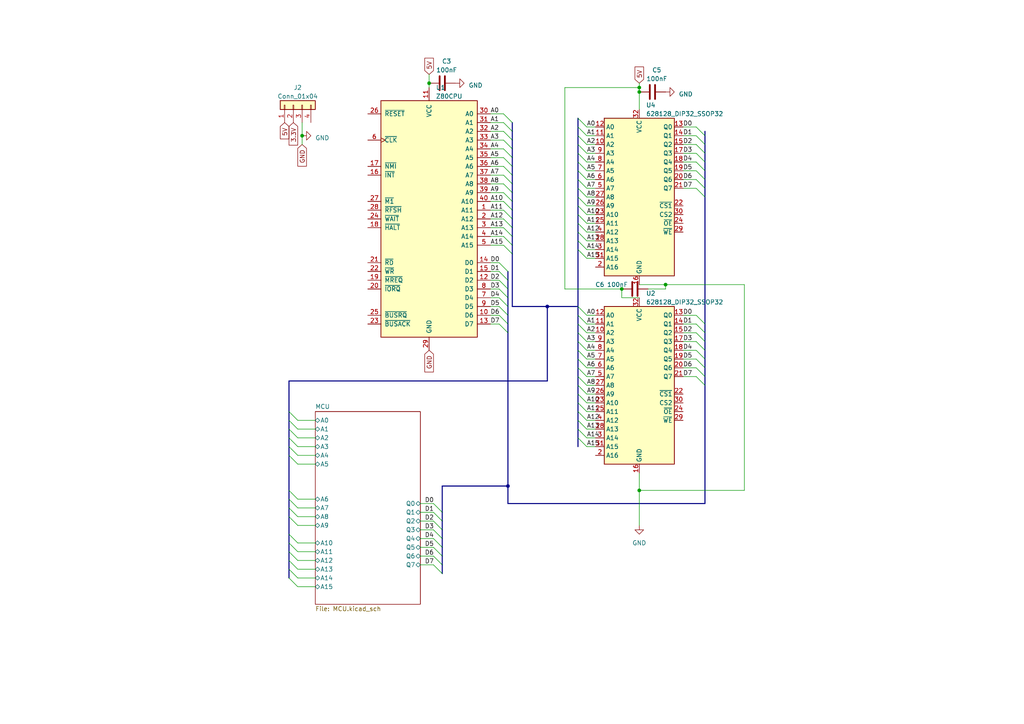
<source format=kicad_sch>
(kicad_sch (version 20230121) (generator eeschema)

  (uuid 63ddbbd8-c9c8-4da9-9c9e-5811c4692cbd)

  (paper "A4")

  (lib_symbols
    (symbol "CPU:Z80CPU" (pin_names (offset 1.016)) (in_bom yes) (on_board yes)
      (property "Reference" "U" (at -13.97 35.56 0)
        (effects (font (size 1.27 1.27)) (justify left))
      )
      (property "Value" "Z80CPU" (at 6.35 35.56 0)
        (effects (font (size 1.27 1.27)) (justify left))
      )
      (property "Footprint" "" (at 0 10.16 0)
        (effects (font (size 1.27 1.27)) hide)
      )
      (property "Datasheet" "www.zilog.com/manage_directlink.php?filepath=docs/z80/um0080" (at 0 10.16 0)
        (effects (font (size 1.27 1.27)) hide)
      )
      (property "ki_keywords" "Z80 CPU uP" (at 0 0 0)
        (effects (font (size 1.27 1.27)) hide)
      )
      (property "ki_description" "8-bit General Purpose Microprocessor, DIP-40" (at 0 0 0)
        (effects (font (size 1.27 1.27)) hide)
      )
      (property "ki_fp_filters" "DIP* PDIP*" (at 0 0 0)
        (effects (font (size 1.27 1.27)) hide)
      )
      (symbol "Z80CPU_0_1"
        (rectangle (start -13.97 34.29) (end 13.97 -34.29)
          (stroke (width 0.254) (type default))
          (fill (type background))
        )
      )
      (symbol "Z80CPU_1_1"
        (pin output line (at 17.78 2.54 180) (length 3.81)
          (name "A11" (effects (font (size 1.27 1.27))))
          (number "1" (effects (font (size 1.27 1.27))))
        )
        (pin bidirectional line (at 17.78 -27.94 180) (length 3.81)
          (name "D6" (effects (font (size 1.27 1.27))))
          (number "10" (effects (font (size 1.27 1.27))))
        )
        (pin power_in line (at 0 38.1 270) (length 3.81)
          (name "VCC" (effects (font (size 1.27 1.27))))
          (number "11" (effects (font (size 1.27 1.27))))
        )
        (pin bidirectional line (at 17.78 -17.78 180) (length 3.81)
          (name "D2" (effects (font (size 1.27 1.27))))
          (number "12" (effects (font (size 1.27 1.27))))
        )
        (pin bidirectional line (at 17.78 -30.48 180) (length 3.81)
          (name "D7" (effects (font (size 1.27 1.27))))
          (number "13" (effects (font (size 1.27 1.27))))
        )
        (pin bidirectional line (at 17.78 -12.7 180) (length 3.81)
          (name "D0" (effects (font (size 1.27 1.27))))
          (number "14" (effects (font (size 1.27 1.27))))
        )
        (pin bidirectional line (at 17.78 -15.24 180) (length 3.81)
          (name "D1" (effects (font (size 1.27 1.27))))
          (number "15" (effects (font (size 1.27 1.27))))
        )
        (pin input line (at -17.78 12.7 0) (length 3.81)
          (name "~{INT}" (effects (font (size 1.27 1.27))))
          (number "16" (effects (font (size 1.27 1.27))))
        )
        (pin input line (at -17.78 15.24 0) (length 3.81)
          (name "~{NMI}" (effects (font (size 1.27 1.27))))
          (number "17" (effects (font (size 1.27 1.27))))
        )
        (pin output line (at -17.78 -2.54 0) (length 3.81)
          (name "~{HALT}" (effects (font (size 1.27 1.27))))
          (number "18" (effects (font (size 1.27 1.27))))
        )
        (pin output line (at -17.78 -17.78 0) (length 3.81)
          (name "~{MREQ}" (effects (font (size 1.27 1.27))))
          (number "19" (effects (font (size 1.27 1.27))))
        )
        (pin output line (at 17.78 0 180) (length 3.81)
          (name "A12" (effects (font (size 1.27 1.27))))
          (number "2" (effects (font (size 1.27 1.27))))
        )
        (pin output line (at -17.78 -20.32 0) (length 3.81)
          (name "~{IORQ}" (effects (font (size 1.27 1.27))))
          (number "20" (effects (font (size 1.27 1.27))))
        )
        (pin output line (at -17.78 -12.7 0) (length 3.81)
          (name "~{RD}" (effects (font (size 1.27 1.27))))
          (number "21" (effects (font (size 1.27 1.27))))
        )
        (pin output line (at -17.78 -15.24 0) (length 3.81)
          (name "~{WR}" (effects (font (size 1.27 1.27))))
          (number "22" (effects (font (size 1.27 1.27))))
        )
        (pin output line (at -17.78 -30.48 0) (length 3.81)
          (name "~{BUSACK}" (effects (font (size 1.27 1.27))))
          (number "23" (effects (font (size 1.27 1.27))))
        )
        (pin input line (at -17.78 0 0) (length 3.81)
          (name "~{WAIT}" (effects (font (size 1.27 1.27))))
          (number "24" (effects (font (size 1.27 1.27))))
        )
        (pin input line (at -17.78 -27.94 0) (length 3.81)
          (name "~{BUSRQ}" (effects (font (size 1.27 1.27))))
          (number "25" (effects (font (size 1.27 1.27))))
        )
        (pin input line (at -17.78 30.48 0) (length 3.81)
          (name "~{RESET}" (effects (font (size 1.27 1.27))))
          (number "26" (effects (font (size 1.27 1.27))))
        )
        (pin output line (at -17.78 5.08 0) (length 3.81)
          (name "~{M1}" (effects (font (size 1.27 1.27))))
          (number "27" (effects (font (size 1.27 1.27))))
        )
        (pin output line (at -17.78 2.54 0) (length 3.81)
          (name "~{RFSH}" (effects (font (size 1.27 1.27))))
          (number "28" (effects (font (size 1.27 1.27))))
        )
        (pin power_in line (at 0 -38.1 90) (length 3.81)
          (name "GND" (effects (font (size 1.27 1.27))))
          (number "29" (effects (font (size 1.27 1.27))))
        )
        (pin output line (at 17.78 -2.54 180) (length 3.81)
          (name "A13" (effects (font (size 1.27 1.27))))
          (number "3" (effects (font (size 1.27 1.27))))
        )
        (pin output line (at 17.78 30.48 180) (length 3.81)
          (name "A0" (effects (font (size 1.27 1.27))))
          (number "30" (effects (font (size 1.27 1.27))))
        )
        (pin output line (at 17.78 27.94 180) (length 3.81)
          (name "A1" (effects (font (size 1.27 1.27))))
          (number "31" (effects (font (size 1.27 1.27))))
        )
        (pin output line (at 17.78 25.4 180) (length 3.81)
          (name "A2" (effects (font (size 1.27 1.27))))
          (number "32" (effects (font (size 1.27 1.27))))
        )
        (pin output line (at 17.78 22.86 180) (length 3.81)
          (name "A3" (effects (font (size 1.27 1.27))))
          (number "33" (effects (font (size 1.27 1.27))))
        )
        (pin output line (at 17.78 20.32 180) (length 3.81)
          (name "A4" (effects (font (size 1.27 1.27))))
          (number "34" (effects (font (size 1.27 1.27))))
        )
        (pin output line (at 17.78 17.78 180) (length 3.81)
          (name "A5" (effects (font (size 1.27 1.27))))
          (number "35" (effects (font (size 1.27 1.27))))
        )
        (pin output line (at 17.78 15.24 180) (length 3.81)
          (name "A6" (effects (font (size 1.27 1.27))))
          (number "36" (effects (font (size 1.27 1.27))))
        )
        (pin output line (at 17.78 12.7 180) (length 3.81)
          (name "A7" (effects (font (size 1.27 1.27))))
          (number "37" (effects (font (size 1.27 1.27))))
        )
        (pin output line (at 17.78 10.16 180) (length 3.81)
          (name "A8" (effects (font (size 1.27 1.27))))
          (number "38" (effects (font (size 1.27 1.27))))
        )
        (pin output line (at 17.78 7.62 180) (length 3.81)
          (name "A9" (effects (font (size 1.27 1.27))))
          (number "39" (effects (font (size 1.27 1.27))))
        )
        (pin output line (at 17.78 -5.08 180) (length 3.81)
          (name "A14" (effects (font (size 1.27 1.27))))
          (number "4" (effects (font (size 1.27 1.27))))
        )
        (pin output line (at 17.78 5.08 180) (length 3.81)
          (name "A10" (effects (font (size 1.27 1.27))))
          (number "40" (effects (font (size 1.27 1.27))))
        )
        (pin output line (at 17.78 -7.62 180) (length 3.81)
          (name "A15" (effects (font (size 1.27 1.27))))
          (number "5" (effects (font (size 1.27 1.27))))
        )
        (pin input clock (at -17.78 22.86 0) (length 3.81)
          (name "~{CLK}" (effects (font (size 1.27 1.27))))
          (number "6" (effects (font (size 1.27 1.27))))
        )
        (pin bidirectional line (at 17.78 -22.86 180) (length 3.81)
          (name "D4" (effects (font (size 1.27 1.27))))
          (number "7" (effects (font (size 1.27 1.27))))
        )
        (pin bidirectional line (at 17.78 -20.32 180) (length 3.81)
          (name "D3" (effects (font (size 1.27 1.27))))
          (number "8" (effects (font (size 1.27 1.27))))
        )
        (pin bidirectional line (at 17.78 -25.4 180) (length 3.81)
          (name "D5" (effects (font (size 1.27 1.27))))
          (number "9" (effects (font (size 1.27 1.27))))
        )
      )
    )
    (symbol "Connector_Generic:Conn_01x04" (pin_names (offset 1.016) hide) (in_bom yes) (on_board yes)
      (property "Reference" "J" (at 0 5.08 0)
        (effects (font (size 1.27 1.27)))
      )
      (property "Value" "Conn_01x04" (at 0 -7.62 0)
        (effects (font (size 1.27 1.27)))
      )
      (property "Footprint" "" (at 0 0 0)
        (effects (font (size 1.27 1.27)) hide)
      )
      (property "Datasheet" "~" (at 0 0 0)
        (effects (font (size 1.27 1.27)) hide)
      )
      (property "ki_keywords" "connector" (at 0 0 0)
        (effects (font (size 1.27 1.27)) hide)
      )
      (property "ki_description" "Generic connector, single row, 01x04, script generated (kicad-library-utils/schlib/autogen/connector/)" (at 0 0 0)
        (effects (font (size 1.27 1.27)) hide)
      )
      (property "ki_fp_filters" "Connector*:*_1x??_*" (at 0 0 0)
        (effects (font (size 1.27 1.27)) hide)
      )
      (symbol "Conn_01x04_1_1"
        (rectangle (start -1.27 -4.953) (end 0 -5.207)
          (stroke (width 0.1524) (type default))
          (fill (type none))
        )
        (rectangle (start -1.27 -2.413) (end 0 -2.667)
          (stroke (width 0.1524) (type default))
          (fill (type none))
        )
        (rectangle (start -1.27 0.127) (end 0 -0.127)
          (stroke (width 0.1524) (type default))
          (fill (type none))
        )
        (rectangle (start -1.27 2.667) (end 0 2.413)
          (stroke (width 0.1524) (type default))
          (fill (type none))
        )
        (rectangle (start -1.27 3.81) (end 1.27 -6.35)
          (stroke (width 0.254) (type default))
          (fill (type background))
        )
        (pin passive line (at -5.08 2.54 0) (length 3.81)
          (name "Pin_1" (effects (font (size 1.27 1.27))))
          (number "1" (effects (font (size 1.27 1.27))))
        )
        (pin passive line (at -5.08 0 0) (length 3.81)
          (name "Pin_2" (effects (font (size 1.27 1.27))))
          (number "2" (effects (font (size 1.27 1.27))))
        )
        (pin passive line (at -5.08 -2.54 0) (length 3.81)
          (name "Pin_3" (effects (font (size 1.27 1.27))))
          (number "3" (effects (font (size 1.27 1.27))))
        )
        (pin passive line (at -5.08 -5.08 0) (length 3.81)
          (name "Pin_4" (effects (font (size 1.27 1.27))))
          (number "4" (effects (font (size 1.27 1.27))))
        )
      )
    )
    (symbol "Device:C" (pin_numbers hide) (pin_names (offset 0.254)) (in_bom yes) (on_board yes)
      (property "Reference" "C" (at 0.635 2.54 0)
        (effects (font (size 1.27 1.27)) (justify left))
      )
      (property "Value" "C" (at 0.635 -2.54 0)
        (effects (font (size 1.27 1.27)) (justify left))
      )
      (property "Footprint" "" (at 0.9652 -3.81 0)
        (effects (font (size 1.27 1.27)) hide)
      )
      (property "Datasheet" "~" (at 0 0 0)
        (effects (font (size 1.27 1.27)) hide)
      )
      (property "ki_keywords" "cap capacitor" (at 0 0 0)
        (effects (font (size 1.27 1.27)) hide)
      )
      (property "ki_description" "Unpolarized capacitor" (at 0 0 0)
        (effects (font (size 1.27 1.27)) hide)
      )
      (property "ki_fp_filters" "C_*" (at 0 0 0)
        (effects (font (size 1.27 1.27)) hide)
      )
      (symbol "C_0_1"
        (polyline
          (pts
            (xy -2.032 -0.762)
            (xy 2.032 -0.762)
          )
          (stroke (width 0.508) (type default))
          (fill (type none))
        )
        (polyline
          (pts
            (xy -2.032 0.762)
            (xy 2.032 0.762)
          )
          (stroke (width 0.508) (type default))
          (fill (type none))
        )
      )
      (symbol "C_1_1"
        (pin passive line (at 0 3.81 270) (length 2.794)
          (name "~" (effects (font (size 1.27 1.27))))
          (number "1" (effects (font (size 1.27 1.27))))
        )
        (pin passive line (at 0 -3.81 90) (length 2.794)
          (name "~" (effects (font (size 1.27 1.27))))
          (number "2" (effects (font (size 1.27 1.27))))
        )
      )
    )
    (symbol "Memory_RAM:628128_DIP32_SSOP32" (in_bom yes) (on_board yes)
      (property "Reference" "U" (at -10.16 23.495 0)
        (effects (font (size 1.27 1.27)) (justify left bottom))
      )
      (property "Value" "628128_DIP32_SSOP32" (at 2.54 23.495 0)
        (effects (font (size 1.27 1.27)) (justify left bottom))
      )
      (property "Footprint" "" (at 0 0 0)
        (effects (font (size 1.27 1.27)) hide)
      )
      (property "Datasheet" "http://www.futurlec.com/Datasheet/Memory/628128.pdf" (at 0 0 0)
        (effects (font (size 1.27 1.27)) hide)
      )
      (property "ki_keywords" "RAM SRAM CMOS MEMORY" (at 0 0 0)
        (effects (font (size 1.27 1.27)) hide)
      )
      (property "ki_description" "128K x 8 High-Speed CMOS Static RAM, 55/70ns, DIP-32/SSOP-32" (at 0 0 0)
        (effects (font (size 1.27 1.27)) hide)
      )
      (property "ki_fp_filters" "DIP*W15.24mm* SSOP*11.305x20.495mm*P1.27mm*" (at 0 0 0)
        (effects (font (size 1.27 1.27)) hide)
      )
      (symbol "628128_DIP32_SSOP32_0_0"
        (pin power_in line (at 0 -25.4 90) (length 2.54)
          (name "GND" (effects (font (size 1.27 1.27))))
          (number "16" (effects (font (size 1.27 1.27))))
        )
        (pin power_in line (at 0 25.4 270) (length 2.54)
          (name "VCC" (effects (font (size 1.27 1.27))))
          (number "32" (effects (font (size 1.27 1.27))))
        )
      )
      (symbol "628128_DIP32_SSOP32_0_1"
        (rectangle (start -10.16 22.86) (end 10.16 -22.86)
          (stroke (width 0.254) (type default))
          (fill (type background))
        )
      )
      (symbol "628128_DIP32_SSOP32_1_1"
        (pin no_connect line (at 10.16 -20.32 180) (length 2.54) hide
          (name "NC" (effects (font (size 1.27 1.27))))
          (number "1" (effects (font (size 1.27 1.27))))
        )
        (pin input line (at -12.7 15.24 0) (length 2.54)
          (name "A2" (effects (font (size 1.27 1.27))))
          (number "10" (effects (font (size 1.27 1.27))))
        )
        (pin input line (at -12.7 17.78 0) (length 2.54)
          (name "A1" (effects (font (size 1.27 1.27))))
          (number "11" (effects (font (size 1.27 1.27))))
        )
        (pin input line (at -12.7 20.32 0) (length 2.54)
          (name "A0" (effects (font (size 1.27 1.27))))
          (number "12" (effects (font (size 1.27 1.27))))
        )
        (pin tri_state line (at 12.7 20.32 180) (length 2.54)
          (name "Q0" (effects (font (size 1.27 1.27))))
          (number "13" (effects (font (size 1.27 1.27))))
        )
        (pin tri_state line (at 12.7 17.78 180) (length 2.54)
          (name "Q1" (effects (font (size 1.27 1.27))))
          (number "14" (effects (font (size 1.27 1.27))))
        )
        (pin tri_state line (at 12.7 15.24 180) (length 2.54)
          (name "Q2" (effects (font (size 1.27 1.27))))
          (number "15" (effects (font (size 1.27 1.27))))
        )
        (pin tri_state line (at 12.7 12.7 180) (length 2.54)
          (name "Q3" (effects (font (size 1.27 1.27))))
          (number "17" (effects (font (size 1.27 1.27))))
        )
        (pin tri_state line (at 12.7 10.16 180) (length 2.54)
          (name "Q4" (effects (font (size 1.27 1.27))))
          (number "18" (effects (font (size 1.27 1.27))))
        )
        (pin tri_state line (at 12.7 7.62 180) (length 2.54)
          (name "Q5" (effects (font (size 1.27 1.27))))
          (number "19" (effects (font (size 1.27 1.27))))
        )
        (pin input line (at -12.7 -20.32 0) (length 2.54)
          (name "A16" (effects (font (size 1.27 1.27))))
          (number "2" (effects (font (size 1.27 1.27))))
        )
        (pin tri_state line (at 12.7 5.08 180) (length 2.54)
          (name "Q6" (effects (font (size 1.27 1.27))))
          (number "20" (effects (font (size 1.27 1.27))))
        )
        (pin tri_state line (at 12.7 2.54 180) (length 2.54)
          (name "Q7" (effects (font (size 1.27 1.27))))
          (number "21" (effects (font (size 1.27 1.27))))
        )
        (pin input line (at 12.7 -2.54 180) (length 2.54)
          (name "~{CS1}" (effects (font (size 1.27 1.27))))
          (number "22" (effects (font (size 1.27 1.27))))
        )
        (pin input line (at -12.7 -5.08 0) (length 2.54)
          (name "A10" (effects (font (size 1.27 1.27))))
          (number "23" (effects (font (size 1.27 1.27))))
        )
        (pin input line (at 12.7 -7.62 180) (length 2.54)
          (name "~{OE}" (effects (font (size 1.27 1.27))))
          (number "24" (effects (font (size 1.27 1.27))))
        )
        (pin input line (at -12.7 -7.62 0) (length 2.54)
          (name "A11" (effects (font (size 1.27 1.27))))
          (number "25" (effects (font (size 1.27 1.27))))
        )
        (pin input line (at -12.7 -2.54 0) (length 2.54)
          (name "A9" (effects (font (size 1.27 1.27))))
          (number "26" (effects (font (size 1.27 1.27))))
        )
        (pin input line (at -12.7 0 0) (length 2.54)
          (name "A8" (effects (font (size 1.27 1.27))))
          (number "27" (effects (font (size 1.27 1.27))))
        )
        (pin input line (at -12.7 -12.7 0) (length 2.54)
          (name "A13" (effects (font (size 1.27 1.27))))
          (number "28" (effects (font (size 1.27 1.27))))
        )
        (pin input line (at 12.7 -10.16 180) (length 2.54)
          (name "~{WE}" (effects (font (size 1.27 1.27))))
          (number "29" (effects (font (size 1.27 1.27))))
        )
        (pin input line (at -12.7 -15.24 0) (length 2.54)
          (name "A14" (effects (font (size 1.27 1.27))))
          (number "3" (effects (font (size 1.27 1.27))))
        )
        (pin input line (at 12.7 -5.08 180) (length 2.54)
          (name "CS2" (effects (font (size 1.27 1.27))))
          (number "30" (effects (font (size 1.27 1.27))))
        )
        (pin input line (at -12.7 -17.78 0) (length 2.54)
          (name "A15" (effects (font (size 1.27 1.27))))
          (number "31" (effects (font (size 1.27 1.27))))
        )
        (pin input line (at -12.7 -10.16 0) (length 2.54)
          (name "A12" (effects (font (size 1.27 1.27))))
          (number "4" (effects (font (size 1.27 1.27))))
        )
        (pin input line (at -12.7 2.54 0) (length 2.54)
          (name "A7" (effects (font (size 1.27 1.27))))
          (number "5" (effects (font (size 1.27 1.27))))
        )
        (pin input line (at -12.7 5.08 0) (length 2.54)
          (name "A6" (effects (font (size 1.27 1.27))))
          (number "6" (effects (font (size 1.27 1.27))))
        )
        (pin input line (at -12.7 7.62 0) (length 2.54)
          (name "A5" (effects (font (size 1.27 1.27))))
          (number "7" (effects (font (size 1.27 1.27))))
        )
        (pin input line (at -12.7 10.16 0) (length 2.54)
          (name "A4" (effects (font (size 1.27 1.27))))
          (number "8" (effects (font (size 1.27 1.27))))
        )
        (pin input line (at -12.7 12.7 0) (length 2.54)
          (name "A3" (effects (font (size 1.27 1.27))))
          (number "9" (effects (font (size 1.27 1.27))))
        )
      )
    )
    (symbol "power:GND" (power) (pin_names (offset 0)) (in_bom yes) (on_board yes)
      (property "Reference" "#PWR" (at 0 -6.35 0)
        (effects (font (size 1.27 1.27)) hide)
      )
      (property "Value" "GND" (at 0 -3.81 0)
        (effects (font (size 1.27 1.27)))
      )
      (property "Footprint" "" (at 0 0 0)
        (effects (font (size 1.27 1.27)) hide)
      )
      (property "Datasheet" "" (at 0 0 0)
        (effects (font (size 1.27 1.27)) hide)
      )
      (property "ki_keywords" "global power" (at 0 0 0)
        (effects (font (size 1.27 1.27)) hide)
      )
      (property "ki_description" "Power symbol creates a global label with name \"GND\" , ground" (at 0 0 0)
        (effects (font (size 1.27 1.27)) hide)
      )
      (symbol "GND_0_1"
        (polyline
          (pts
            (xy 0 0)
            (xy 0 -1.27)
            (xy 1.27 -1.27)
            (xy 0 -2.54)
            (xy -1.27 -1.27)
            (xy 0 -1.27)
          )
          (stroke (width 0) (type default))
          (fill (type none))
        )
      )
      (symbol "GND_1_1"
        (pin power_in line (at 0 0 270) (length 0) hide
          (name "GND" (effects (font (size 1.27 1.27))))
          (number "1" (effects (font (size 1.27 1.27))))
        )
      )
    )
  )

  (junction (at 185.42 26.67) (diameter 0) (color 0 0 0 0)
    (uuid 091807f7-be04-402f-9441-96f22a3b7661)
  )
  (junction (at 185.42 142.24) (diameter 0) (color 0 0 0 0)
    (uuid 14d20e14-06b1-4719-9d59-0c837d18d04c)
  )
  (junction (at 87.63 39.37) (diameter 0) (color 0 0 0 0)
    (uuid 1d8b9e07-5c3c-495b-aca0-f30dc2404c3e)
  )
  (junction (at 180.34 83.82) (diameter 0) (color 0 0 0 0)
    (uuid 4842d72d-fe6a-4371-bc65-776b5d89c9b1)
  )
  (junction (at 185.42 25.4) (diameter 0) (color 0 0 0 0)
    (uuid 73673439-6b08-434d-835c-5eed2f03e736)
  )
  (junction (at 124.46 24.13) (diameter 0) (color 0 0 0 0)
    (uuid 887ea765-de47-4635-9b1f-7f17305d4a77)
  )
  (junction (at 147.32 140.97) (diameter 0) (color 0 0 0 0)
    (uuid 9e6ba8d1-5154-4885-9a9a-d9c7c268d38b)
  )
  (junction (at 193.04 82.55) (diameter 0) (color 0 0 0 0)
    (uuid e228916e-362f-4ccc-9af9-46a589134f82)
  )
  (junction (at 158.75 88.9) (diameter 0) (color 0 0 0 0)
    (uuid fac97883-51db-46e6-8f21-1046aa08bd10)
  )

  (bus_entry (at 146.05 58.42) (size 2.54 2.54)
    (stroke (width 0) (type default))
    (uuid 0666a1bf-b87d-4d93-a358-d4327843413c)
  )
  (bus_entry (at 201.93 46.99) (size 2.54 2.54)
    (stroke (width 0) (type default))
    (uuid 0a52e6ed-c41d-4857-9e2d-56473a73bc03)
  )
  (bus_entry (at 167.64 52.07) (size 2.54 2.54)
    (stroke (width 0) (type default))
    (uuid 0d586145-b8ad-4c5e-88a7-9e3356d692ad)
  )
  (bus_entry (at 144.78 78.74) (size 2.54 2.54)
    (stroke (width 0) (type default))
    (uuid 100cdf5c-f0fa-4e8d-b49b-49f5d1898f7c)
  )
  (bus_entry (at 201.93 36.83) (size 2.54 2.54)
    (stroke (width 0) (type default))
    (uuid 1014f347-8a74-4ef5-a1b1-5d31f4e2abbc)
  )
  (bus_entry (at 167.64 44.45) (size 2.54 2.54)
    (stroke (width 0) (type default))
    (uuid 1eead192-4728-4ebc-b2ed-a22bf78e317d)
  )
  (bus_entry (at 201.93 109.22) (size 2.54 2.54)
    (stroke (width 0) (type default))
    (uuid 2046cfd1-3969-4037-81b5-d2f0032b0de2)
  )
  (bus_entry (at 125.73 153.67) (size 2.54 2.54)
    (stroke (width 0) (type default))
    (uuid 2403be04-ace1-42b8-97a0-44ee06d666b5)
  )
  (bus_entry (at 83.82 144.78) (size 2.54 2.54)
    (stroke (width 0) (type default))
    (uuid 2480778f-a41c-4509-92ae-43b7c9c1eeef)
  )
  (bus_entry (at 167.64 72.39) (size 2.54 2.54)
    (stroke (width 0) (type default))
    (uuid 25e757d5-cf77-411f-bb7e-05198b0dd856)
  )
  (bus_entry (at 146.05 66.04) (size 2.54 2.54)
    (stroke (width 0) (type default))
    (uuid 274a8017-2edf-430c-ae19-f95240491a13)
  )
  (bus_entry (at 201.93 93.98) (size 2.54 2.54)
    (stroke (width 0) (type default))
    (uuid 283d569b-6123-4f59-afdf-51137eb6dfb0)
  )
  (bus_entry (at 167.64 62.23) (size 2.54 2.54)
    (stroke (width 0) (type default))
    (uuid 3521044a-ac91-4eef-83c1-729d1b29c63c)
  )
  (bus_entry (at 125.73 156.21) (size 2.54 2.54)
    (stroke (width 0) (type default))
    (uuid 38b6ac84-f83c-4936-9109-a3008f63160f)
  )
  (bus_entry (at 201.93 99.06) (size 2.54 2.54)
    (stroke (width 0) (type default))
    (uuid 38e0b717-c65a-476d-b6ad-3129730fbe26)
  )
  (bus_entry (at 201.93 101.6) (size 2.54 2.54)
    (stroke (width 0) (type default))
    (uuid 423eca9e-7f80-4c17-a379-6c28d93319d3)
  )
  (bus_entry (at 201.93 91.44) (size 2.54 2.54)
    (stroke (width 0) (type default))
    (uuid 47098562-413b-48a7-902d-3f3a8dece675)
  )
  (bus_entry (at 83.82 162.56) (size 2.54 2.54)
    (stroke (width 0) (type default))
    (uuid 49876e81-1d8a-4547-ab28-23b91ccc1f51)
  )
  (bus_entry (at 167.64 41.91) (size 2.54 2.54)
    (stroke (width 0) (type default))
    (uuid 4a50850c-91ce-4bbc-afb3-5d2c25a67ac4)
  )
  (bus_entry (at 167.64 109.22) (size 2.54 2.54)
    (stroke (width 0) (type default))
    (uuid 4ba33cfd-a353-403a-b03d-fff381399fd6)
  )
  (bus_entry (at 83.82 121.92) (size 2.54 2.54)
    (stroke (width 0) (type default))
    (uuid 4c021899-8b0b-408f-9ef0-c320b0f99b3a)
  )
  (bus_entry (at 146.05 53.34) (size 2.54 2.54)
    (stroke (width 0) (type default))
    (uuid 4fa1bd97-2b82-49cd-9f85-422f3e5929fb)
  )
  (bus_entry (at 167.64 59.69) (size 2.54 2.54)
    (stroke (width 0) (type default))
    (uuid 50dac241-002d-4018-9bc2-81b6a174d284)
  )
  (bus_entry (at 125.73 161.29) (size 2.54 2.54)
    (stroke (width 0) (type default))
    (uuid 53ac5a4f-2f68-4ecb-b393-6c345d777b52)
  )
  (bus_entry (at 146.05 48.26) (size 2.54 2.54)
    (stroke (width 0) (type default))
    (uuid 56f78562-b294-4686-ac7a-de6338a2e087)
  )
  (bus_entry (at 144.78 93.98) (size 2.54 2.54)
    (stroke (width 0) (type default))
    (uuid 584b4c40-0484-4318-bb17-22a8425f5a34)
  )
  (bus_entry (at 167.64 67.31) (size 2.54 2.54)
    (stroke (width 0) (type default))
    (uuid 5c352a0e-0378-4fcb-a0c6-50030f4a03cd)
  )
  (bus_entry (at 167.64 91.44) (size 2.54 2.54)
    (stroke (width 0) (type default))
    (uuid 5d0c9436-0ad3-45b6-8cae-6004bb234926)
  )
  (bus_entry (at 167.64 124.46) (size 2.54 2.54)
    (stroke (width 0) (type default))
    (uuid 5daf64d9-f77f-4979-8516-edf27e26d082)
  )
  (bus_entry (at 83.82 119.38) (size 2.54 2.54)
    (stroke (width 0) (type default))
    (uuid 5f51a9de-aef2-4f62-8111-ef6b8c010952)
  )
  (bus_entry (at 125.73 146.05) (size 2.54 2.54)
    (stroke (width 0) (type default))
    (uuid 623d51db-7bc7-4471-b267-1049b2acd7ba)
  )
  (bus_entry (at 146.05 38.1) (size 2.54 2.54)
    (stroke (width 0) (type default))
    (uuid 64974832-69d0-4dfd-ab2f-c405a200889f)
  )
  (bus_entry (at 125.73 148.59) (size 2.54 2.54)
    (stroke (width 0) (type default))
    (uuid 6ce4cf79-d890-4f98-89f3-561e1d106003)
  )
  (bus_entry (at 144.78 88.9) (size 2.54 2.54)
    (stroke (width 0) (type default))
    (uuid 6d5b11f8-7933-4154-8228-b197460d64f7)
  )
  (bus_entry (at 83.82 157.48) (size 2.54 2.54)
    (stroke (width 0) (type default))
    (uuid 6f6aa21c-f8c2-4153-8f32-8424859383b1)
  )
  (bus_entry (at 167.64 46.99) (size 2.54 2.54)
    (stroke (width 0) (type default))
    (uuid 6f9ed78a-2446-4fe7-90a2-bbae015c6b8d)
  )
  (bus_entry (at 167.64 99.06) (size 2.54 2.54)
    (stroke (width 0) (type default))
    (uuid 6fbdae69-2f07-4a98-ad51-147656040b7d)
  )
  (bus_entry (at 167.64 34.29) (size 2.54 2.54)
    (stroke (width 0) (type default))
    (uuid 7012b836-8ac3-445e-981b-a8b57c0649f5)
  )
  (bus_entry (at 83.82 127) (size 2.54 2.54)
    (stroke (width 0) (type default))
    (uuid 7040af51-4e0c-405a-92f0-9c88e0ae9907)
  )
  (bus_entry (at 146.05 60.96) (size 2.54 2.54)
    (stroke (width 0) (type default))
    (uuid 72c7af72-4430-49d4-b346-b1bc725e67a4)
  )
  (bus_entry (at 125.73 158.75) (size 2.54 2.54)
    (stroke (width 0) (type default))
    (uuid 7634d99b-8073-4a07-b6e4-da631e2badc1)
  )
  (bus_entry (at 167.64 54.61) (size 2.54 2.54)
    (stroke (width 0) (type default))
    (uuid 76650be9-ebba-4ddf-a40e-6762c0a2d922)
  )
  (bus_entry (at 146.05 33.02) (size 2.54 2.54)
    (stroke (width 0) (type default))
    (uuid 7c471841-170c-4276-ba7f-f1628e3fa3cb)
  )
  (bus_entry (at 167.64 49.53) (size 2.54 2.54)
    (stroke (width 0) (type default))
    (uuid 7e6e7d76-1ca7-4f67-a223-1a13a8985593)
  )
  (bus_entry (at 146.05 40.64) (size 2.54 2.54)
    (stroke (width 0) (type default))
    (uuid 824670b5-3eca-45c1-8b27-96ded75bd91a)
  )
  (bus_entry (at 167.64 39.37) (size 2.54 2.54)
    (stroke (width 0) (type default))
    (uuid 86e79e44-cab3-46ad-b1fb-97abc08a8903)
  )
  (bus_entry (at 125.73 151.13) (size 2.54 2.54)
    (stroke (width 0) (type default))
    (uuid 8782768f-056a-4c2b-bc7d-850ff5eed6dd)
  )
  (bus_entry (at 146.05 50.8) (size 2.54 2.54)
    (stroke (width 0) (type default))
    (uuid 8809eac7-1618-4af0-b961-e9ba37cc1f78)
  )
  (bus_entry (at 125.73 163.83) (size 2.54 2.54)
    (stroke (width 0) (type default))
    (uuid 8a2f8961-8823-40ab-94c5-5b02b46ba0f6)
  )
  (bus_entry (at 201.93 54.61) (size 2.54 2.54)
    (stroke (width 0) (type default))
    (uuid 8a9c4834-632f-4afa-afd1-a89534b59e46)
  )
  (bus_entry (at 167.64 88.9) (size 2.54 2.54)
    (stroke (width 0) (type default))
    (uuid 8ae0e2a8-70d8-46af-9920-633494806a6c)
  )
  (bus_entry (at 144.78 81.28) (size 2.54 2.54)
    (stroke (width 0) (type default))
    (uuid 8bdeee94-7f3d-41a8-bb8c-e1a480858ab2)
  )
  (bus_entry (at 146.05 45.72) (size 2.54 2.54)
    (stroke (width 0) (type default))
    (uuid 94283bf3-0094-4569-b69d-dce3b2a62d90)
  )
  (bus_entry (at 83.82 147.32) (size 2.54 2.54)
    (stroke (width 0) (type default))
    (uuid 9cdaad6a-b66e-4652-8e07-ba6258123f01)
  )
  (bus_entry (at 167.64 106.68) (size 2.54 2.54)
    (stroke (width 0) (type default))
    (uuid 9e22d249-918a-4d85-9cd4-eb0bfb2cb8a4)
  )
  (bus_entry (at 167.64 57.15) (size 2.54 2.54)
    (stroke (width 0) (type default))
    (uuid a07b1dcd-7aa4-430e-b37b-be9357bb31f7)
  )
  (bus_entry (at 167.64 93.98) (size 2.54 2.54)
    (stroke (width 0) (type default))
    (uuid a0eaeb94-6fe7-4648-b8d8-6d77253cb9a5)
  )
  (bus_entry (at 167.64 114.3) (size 2.54 2.54)
    (stroke (width 0) (type default))
    (uuid aa36e964-220e-4734-bc3d-b01c4b018d07)
  )
  (bus_entry (at 83.82 142.24) (size 2.54 2.54)
    (stroke (width 0) (type default))
    (uuid ad4c715b-63b2-4fb4-ba27-5c7741a47766)
  )
  (bus_entry (at 167.64 36.83) (size 2.54 2.54)
    (stroke (width 0) (type default))
    (uuid b0a5899f-2311-4a48-ae94-c2f14046c79f)
  )
  (bus_entry (at 167.64 127) (size 2.54 2.54)
    (stroke (width 0) (type default))
    (uuid b0df644a-6910-4499-8958-763b8bdb2790)
  )
  (bus_entry (at 146.05 55.88) (size 2.54 2.54)
    (stroke (width 0) (type default))
    (uuid b2d96674-3414-4e35-8dd2-5d5994da6c6f)
  )
  (bus_entry (at 83.82 165.1) (size 2.54 2.54)
    (stroke (width 0) (type default))
    (uuid b317b692-2d90-4828-ab8c-e0148a434e18)
  )
  (bus_entry (at 146.05 68.58) (size 2.54 2.54)
    (stroke (width 0) (type default))
    (uuid b4246b25-d748-4ba4-aab9-aa3249acfc2a)
  )
  (bus_entry (at 201.93 96.52) (size 2.54 2.54)
    (stroke (width 0) (type default))
    (uuid b57554ba-29cb-4a42-abc7-33e11452914b)
  )
  (bus_entry (at 146.05 71.12) (size 2.54 2.54)
    (stroke (width 0) (type default))
    (uuid b5a659d7-2e74-4037-878f-5b749f3255b8)
  )
  (bus_entry (at 83.82 160.02) (size 2.54 2.54)
    (stroke (width 0) (type default))
    (uuid bba03e1c-50a2-458a-86e8-e53a37ddefa3)
  )
  (bus_entry (at 201.93 44.45) (size 2.54 2.54)
    (stroke (width 0) (type default))
    (uuid bd8b97c6-7942-4620-91ea-7a697e713c64)
  )
  (bus_entry (at 201.93 52.07) (size 2.54 2.54)
    (stroke (width 0) (type default))
    (uuid bf7dbf21-45f8-416f-bd6d-c99397b645b4)
  )
  (bus_entry (at 144.78 91.44) (size 2.54 2.54)
    (stroke (width 0) (type default))
    (uuid c36e0864-f8b9-4fc3-8325-7751d9e405c3)
  )
  (bus_entry (at 201.93 41.91) (size 2.54 2.54)
    (stroke (width 0) (type default))
    (uuid c72f9c5b-a5f5-4217-b3b4-90e04473ef08)
  )
  (bus_entry (at 83.82 132.08) (size 2.54 2.54)
    (stroke (width 0) (type default))
    (uuid cb02fdfd-55de-4420-8cde-8bbd50ff03b1)
  )
  (bus_entry (at 146.05 63.5) (size 2.54 2.54)
    (stroke (width 0) (type default))
    (uuid cd2a8292-633d-4d4b-bbd0-14522c6796db)
  )
  (bus_entry (at 83.82 149.86) (size 2.54 2.54)
    (stroke (width 0) (type default))
    (uuid cdead866-dbab-489d-969f-802059b7db2e)
  )
  (bus_entry (at 167.64 104.14) (size 2.54 2.54)
    (stroke (width 0) (type default))
    (uuid d0dad820-e3b1-48b7-be1b-fe36577beb91)
  )
  (bus_entry (at 146.05 43.18) (size 2.54 2.54)
    (stroke (width 0) (type default))
    (uuid d0dcacd6-a8d6-481d-a6a7-9668a67ef87a)
  )
  (bus_entry (at 144.78 83.82) (size 2.54 2.54)
    (stroke (width 0) (type default))
    (uuid d7d5f4fd-d46b-4b3c-9596-2ef230150b4b)
  )
  (bus_entry (at 83.82 124.46) (size 2.54 2.54)
    (stroke (width 0) (type default))
    (uuid d840a398-a559-432d-af6c-9b4a220498a2)
  )
  (bus_entry (at 167.64 69.85) (size 2.54 2.54)
    (stroke (width 0) (type default))
    (uuid dccd9c46-ba72-4630-822f-71b6bf631bf5)
  )
  (bus_entry (at 83.82 167.64) (size 2.54 2.54)
    (stroke (width 0) (type default))
    (uuid dd852714-4195-435d-87c0-184a87a7b3ef)
  )
  (bus_entry (at 201.93 49.53) (size 2.54 2.54)
    (stroke (width 0) (type default))
    (uuid df1cf247-e9c8-4edf-b930-91c43f596c4a)
  )
  (bus_entry (at 83.82 154.94) (size 2.54 2.54)
    (stroke (width 0) (type default))
    (uuid e04ed961-7302-4c3d-ab28-120509fedf60)
  )
  (bus_entry (at 144.78 86.36) (size 2.54 2.54)
    (stroke (width 0) (type default))
    (uuid e0951e1e-f5af-4245-95a9-0234e7673c38)
  )
  (bus_entry (at 201.93 39.37) (size 2.54 2.54)
    (stroke (width 0) (type default))
    (uuid e1f4c73d-1b41-4821-867c-9a2be67dfd49)
  )
  (bus_entry (at 167.64 101.6) (size 2.54 2.54)
    (stroke (width 0) (type default))
    (uuid e2c717e7-0c35-4820-b56e-290d8ad8aaed)
  )
  (bus_entry (at 144.78 76.2) (size 2.54 2.54)
    (stroke (width 0) (type default))
    (uuid e33d16cd-a52e-4431-b6a7-daaabb920b5a)
  )
  (bus_entry (at 167.64 119.38) (size 2.54 2.54)
    (stroke (width 0) (type default))
    (uuid e6398cb7-7b1a-42f3-88ce-288038458615)
  )
  (bus_entry (at 167.64 96.52) (size 2.54 2.54)
    (stroke (width 0) (type default))
    (uuid e7def68d-1e38-4ef4-bc7b-389e9e136360)
  )
  (bus_entry (at 167.64 111.76) (size 2.54 2.54)
    (stroke (width 0) (type default))
    (uuid ef2c7f70-19fc-4824-9132-87f2c388d493)
  )
  (bus_entry (at 167.64 116.84) (size 2.54 2.54)
    (stroke (width 0) (type default))
    (uuid f072357c-fff4-4da8-bc79-c84922fe817e)
  )
  (bus_entry (at 167.64 64.77) (size 2.54 2.54)
    (stroke (width 0) (type default))
    (uuid f1d098da-9d2f-471c-be18-4d01b65cd165)
  )
  (bus_entry (at 146.05 35.56) (size 2.54 2.54)
    (stroke (width 0) (type default))
    (uuid f3028e2b-d3cb-4532-8ad8-da3554bbb2ce)
  )
  (bus_entry (at 201.93 106.68) (size 2.54 2.54)
    (stroke (width 0) (type default))
    (uuid f37f3b29-b159-4fe3-aeaf-21c8fcf1ad0b)
  )
  (bus_entry (at 167.64 121.92) (size 2.54 2.54)
    (stroke (width 0) (type default))
    (uuid f46796be-ea86-49ec-8187-768d3ec1c48d)
  )
  (bus_entry (at 201.93 104.14) (size 2.54 2.54)
    (stroke (width 0) (type default))
    (uuid f69a0562-06f2-432e-8e35-d5551cd36709)
  )
  (bus_entry (at 83.82 129.54) (size 2.54 2.54)
    (stroke (width 0) (type default))
    (uuid fd2bb6e8-eebd-480e-8985-bd552bec65fc)
  )

  (bus (pts (xy 148.59 38.1) (xy 148.59 40.64))
    (stroke (width 0) (type default))
    (uuid 007ade55-d44e-4b2c-9a2a-a214e6c7c9b0)
  )

  (wire (pts (xy 185.42 26.67) (xy 185.42 31.75))
    (stroke (width 0) (type default))
    (uuid 04525518-f881-442d-ae7c-7f9cd9a5760b)
  )
  (wire (pts (xy 142.24 93.98) (xy 144.78 93.98))
    (stroke (width 0) (type default))
    (uuid 05a22fb4-14c1-41ab-946c-71db6af8e7e8)
  )
  (wire (pts (xy 142.24 58.42) (xy 146.05 58.42))
    (stroke (width 0) (type default))
    (uuid 069c002d-db3d-41f5-aeb2-554372e6f9ed)
  )
  (bus (pts (xy 167.64 101.6) (xy 167.64 104.14))
    (stroke (width 0) (type default))
    (uuid 06a23ea0-7876-4055-8494-a4c5352bdb6e)
  )

  (wire (pts (xy 170.18 54.61) (xy 172.72 54.61))
    (stroke (width 0) (type default))
    (uuid 08906bd7-5745-423f-803b-5f557ff5e462)
  )
  (wire (pts (xy 185.42 142.24) (xy 185.42 152.4))
    (stroke (width 0) (type default))
    (uuid 08afafb5-5ebd-4db7-a8d9-a1ebcb04c4c6)
  )
  (wire (pts (xy 198.12 93.98) (xy 201.93 93.98))
    (stroke (width 0) (type default))
    (uuid 0cfc70e4-e9a7-43b2-a454-9255582be294)
  )
  (bus (pts (xy 167.64 114.3) (xy 167.64 116.84))
    (stroke (width 0) (type default))
    (uuid 0d2ea3d6-b8bd-4a8a-baaf-6499f30367ff)
  )

  (wire (pts (xy 170.18 127) (xy 172.72 127))
    (stroke (width 0) (type default))
    (uuid 1152d4e9-d3bd-4833-a5c9-9c29016cf0bc)
  )
  (wire (pts (xy 193.04 82.55) (xy 215.9 82.55))
    (stroke (width 0) (type default))
    (uuid 11892701-2cee-4111-87c0-383a72641eef)
  )
  (wire (pts (xy 170.18 121.92) (xy 172.72 121.92))
    (stroke (width 0) (type default))
    (uuid 11e2496e-8027-4ca4-9ed4-24f02b837837)
  )
  (wire (pts (xy 180.34 86.36) (xy 185.42 86.36))
    (stroke (width 0) (type default))
    (uuid 12808039-eed6-48b6-b91e-5e7f5d38e417)
  )
  (wire (pts (xy 170.18 69.85) (xy 172.72 69.85))
    (stroke (width 0) (type default))
    (uuid 14b26ad7-fc9d-4abd-ad8f-62ad2bdc77af)
  )
  (wire (pts (xy 170.18 93.98) (xy 172.72 93.98))
    (stroke (width 0) (type default))
    (uuid 181f2f89-0914-4fcb-b33b-d1fb9c3c2a4e)
  )
  (wire (pts (xy 142.24 53.34) (xy 146.05 53.34))
    (stroke (width 0) (type default))
    (uuid 18ceb78d-0bb3-4a41-9dcf-a8bd4c5fe3e3)
  )
  (bus (pts (xy 204.47 46.99) (xy 204.47 49.53))
    (stroke (width 0) (type default))
    (uuid 18f013e5-60fb-4cef-846e-5be0560b8ad1)
  )

  (wire (pts (xy 180.34 83.82) (xy 180.34 86.36))
    (stroke (width 0) (type default))
    (uuid 1b18ba1f-7f6e-4e9d-ade2-8735a827a0cc)
  )
  (bus (pts (xy 83.82 132.08) (xy 83.82 142.24))
    (stroke (width 0) (type default))
    (uuid 1bc785a6-5b9a-48b0-91e9-353e095c76e7)
  )
  (bus (pts (xy 148.59 60.96) (xy 148.59 63.5))
    (stroke (width 0) (type default))
    (uuid 1bfdc1cc-fb89-4a2a-9d47-c0ad9e4576eb)
  )

  (wire (pts (xy 170.18 67.31) (xy 172.72 67.31))
    (stroke (width 0) (type default))
    (uuid 1c5ab31c-c47c-4faa-9420-b0a247dfd11a)
  )
  (wire (pts (xy 185.42 24.13) (xy 185.42 25.4))
    (stroke (width 0) (type default))
    (uuid 1de1e736-bbf9-4b7f-8b59-4d6a72600652)
  )
  (wire (pts (xy 86.36 170.18) (xy 91.44 170.18))
    (stroke (width 0) (type default))
    (uuid 1f6985e3-17cd-4242-8130-032883b2ad93)
  )
  (bus (pts (xy 128.27 156.21) (xy 128.27 158.75))
    (stroke (width 0) (type default))
    (uuid 1fbe4556-2db6-4400-a7cb-c0b33e6cfc83)
  )
  (bus (pts (xy 148.59 43.18) (xy 148.59 45.72))
    (stroke (width 0) (type default))
    (uuid 20b8035b-968a-4dd6-ba22-6a9e5175e754)
  )

  (wire (pts (xy 86.36 167.64) (xy 91.44 167.64))
    (stroke (width 0) (type default))
    (uuid 20f7f840-e8ce-421e-9fd4-785f6b5e0ca9)
  )
  (wire (pts (xy 121.92 153.67) (xy 125.73 153.67))
    (stroke (width 0) (type default))
    (uuid 21abe5b9-5e45-4e77-a032-df1c368fb269)
  )
  (wire (pts (xy 170.18 114.3) (xy 172.72 114.3))
    (stroke (width 0) (type default))
    (uuid 21fd095b-2b08-4d13-8872-2e2fd437af17)
  )
  (wire (pts (xy 86.36 157.48) (xy 91.44 157.48))
    (stroke (width 0) (type default))
    (uuid 225d9c67-d15d-4c82-ae83-6115aae5d4c6)
  )
  (wire (pts (xy 185.42 82.55) (xy 193.04 82.55))
    (stroke (width 0) (type default))
    (uuid 22fdca58-df4b-41f4-b01d-2c51f8f0d3b6)
  )
  (bus (pts (xy 167.64 124.46) (xy 167.64 127))
    (stroke (width 0) (type default))
    (uuid 24259632-504e-4a3e-9fcb-542210b32628)
  )
  (bus (pts (xy 167.64 36.83) (xy 167.64 39.37))
    (stroke (width 0) (type default))
    (uuid 248742f9-c6ba-4db6-85e1-2124126f7aaa)
  )

  (wire (pts (xy 86.36 127) (xy 91.44 127))
    (stroke (width 0) (type default))
    (uuid 265ab54a-b9a6-42f1-9902-669cce88a3f8)
  )
  (bus (pts (xy 148.59 53.34) (xy 148.59 55.88))
    (stroke (width 0) (type default))
    (uuid 2a41503d-a5aa-4090-8fd6-7fb98d41d6b7)
  )
  (bus (pts (xy 167.64 41.91) (xy 167.64 44.45))
    (stroke (width 0) (type default))
    (uuid 2a4ba9d4-0629-47df-bf8e-c9fb299525e7)
  )

  (wire (pts (xy 198.12 109.22) (xy 201.93 109.22))
    (stroke (width 0) (type default))
    (uuid 2b75daa5-f469-47b4-bdda-6f4a7e8314b3)
  )
  (wire (pts (xy 124.46 21.59) (xy 124.46 24.13))
    (stroke (width 0) (type default))
    (uuid 2bc1bcda-efdf-4315-9419-5b3e2dfd14ad)
  )
  (bus (pts (xy 167.64 67.31) (xy 167.64 69.85))
    (stroke (width 0) (type default))
    (uuid 2e70514d-86fc-4ca1-b57d-0346e77f4612)
  )

  (wire (pts (xy 86.36 144.78) (xy 91.44 144.78))
    (stroke (width 0) (type default))
    (uuid 2fcbc5ff-cf42-44bd-971d-f95daba41227)
  )
  (wire (pts (xy 170.18 111.76) (xy 172.72 111.76))
    (stroke (width 0) (type default))
    (uuid 304695cb-d268-4949-97f5-32c22540d99a)
  )
  (wire (pts (xy 142.24 48.26) (xy 146.05 48.26))
    (stroke (width 0) (type default))
    (uuid 32e941f1-e18e-4026-a120-1b2a10a66c4e)
  )
  (bus (pts (xy 147.32 91.44) (xy 147.32 93.98))
    (stroke (width 0) (type default))
    (uuid 332d7f43-f65d-45cd-a799-65d614c1decc)
  )

  (wire (pts (xy 86.36 134.62) (xy 91.44 134.62))
    (stroke (width 0) (type default))
    (uuid 334a8c16-5101-4057-ac85-89d08568fadf)
  )
  (bus (pts (xy 204.47 41.91) (xy 204.47 44.45))
    (stroke (width 0) (type default))
    (uuid 370b46d7-7046-4005-a953-e2abd36f1fbe)
  )

  (wire (pts (xy 121.92 151.13) (xy 125.73 151.13))
    (stroke (width 0) (type default))
    (uuid 3958daa0-d5ff-4348-88de-1083a60a5fcf)
  )
  (bus (pts (xy 204.47 57.15) (xy 204.47 93.98))
    (stroke (width 0) (type default))
    (uuid 39c1476f-da1e-4870-8d70-876440ed7fbc)
  )

  (wire (pts (xy 170.18 116.84) (xy 172.72 116.84))
    (stroke (width 0) (type default))
    (uuid 3a49c757-249f-4a22-8513-8ca4e49b592e)
  )
  (wire (pts (xy 170.18 62.23) (xy 172.72 62.23))
    (stroke (width 0) (type default))
    (uuid 3b9f08a2-51a5-4734-b1c3-22053a55766d)
  )
  (bus (pts (xy 167.64 49.53) (xy 167.64 52.07))
    (stroke (width 0) (type default))
    (uuid 3bb69a26-985b-41f2-b914-b4ead249b0b5)
  )

  (wire (pts (xy 170.18 99.06) (xy 172.72 99.06))
    (stroke (width 0) (type default))
    (uuid 3c691fad-4ee5-4320-b315-86a19d39e83d)
  )
  (wire (pts (xy 142.24 68.58) (xy 146.05 68.58))
    (stroke (width 0) (type default))
    (uuid 3d6a4597-f04c-43dd-a44d-c6a1624a0595)
  )
  (bus (pts (xy 147.32 81.28) (xy 147.32 83.82))
    (stroke (width 0) (type default))
    (uuid 3e4c5d18-d9a6-4845-bd59-42c9003585cf)
  )
  (bus (pts (xy 167.64 34.29) (xy 167.64 36.83))
    (stroke (width 0) (type default))
    (uuid 3f48b728-16a9-4daf-a2ce-0780a9d69eeb)
  )
  (bus (pts (xy 83.82 119.38) (xy 83.82 121.92))
    (stroke (width 0) (type default))
    (uuid 3f6a678d-3cb1-44bc-970e-84e2c547d83f)
  )

  (wire (pts (xy 121.92 161.29) (xy 125.73 161.29))
    (stroke (width 0) (type default))
    (uuid 3f8af232-1cf0-4ae9-a2da-57883d601e89)
  )
  (bus (pts (xy 128.27 163.83) (xy 128.27 166.37))
    (stroke (width 0) (type default))
    (uuid 4070080f-eb69-4248-b48f-5165e7f9695a)
  )

  (wire (pts (xy 142.24 55.88) (xy 146.05 55.88))
    (stroke (width 0) (type default))
    (uuid 433f3ad3-ad9d-47ff-86c4-c23175fa365b)
  )
  (wire (pts (xy 121.92 163.83) (xy 125.73 163.83))
    (stroke (width 0) (type default))
    (uuid 4494cbfd-1a08-41e8-bc90-75d1f9f665ff)
  )
  (bus (pts (xy 167.64 44.45) (xy 167.64 46.99))
    (stroke (width 0) (type default))
    (uuid 4497e207-34dd-483b-839f-53eef6418ab8)
  )

  (wire (pts (xy 142.24 88.9) (xy 144.78 88.9))
    (stroke (width 0) (type default))
    (uuid 469040ae-6b8f-4ee3-801a-144752d52aac)
  )
  (bus (pts (xy 148.59 45.72) (xy 148.59 48.26))
    (stroke (width 0) (type default))
    (uuid 4a905651-3987-481c-b9c2-60d9c666ed36)
  )

  (wire (pts (xy 86.36 149.86) (xy 91.44 149.86))
    (stroke (width 0) (type default))
    (uuid 4aabfb16-9c00-4e35-bd45-28f55f912247)
  )
  (bus (pts (xy 128.27 140.97) (xy 128.27 148.59))
    (stroke (width 0) (type default))
    (uuid 4bc776cb-510a-4fc7-a025-69b9a1420f37)
  )
  (bus (pts (xy 83.82 129.54) (xy 83.82 132.08))
    (stroke (width 0) (type default))
    (uuid 4cfd59c5-8be4-4765-beac-266e3af2e9d1)
  )
  (bus (pts (xy 167.64 116.84) (xy 167.64 119.38))
    (stroke (width 0) (type default))
    (uuid 4d324806-3026-493d-be2a-f02eaee3e3ed)
  )

  (wire (pts (xy 198.12 101.6) (xy 201.93 101.6))
    (stroke (width 0) (type default))
    (uuid 4d925708-ee53-4d82-8e96-811f55320183)
  )
  (bus (pts (xy 83.82 160.02) (xy 83.82 162.56))
    (stroke (width 0) (type default))
    (uuid 4f6d7a18-2a53-4d76-9693-805ab49d0026)
  )

  (wire (pts (xy 170.18 36.83) (xy 172.72 36.83))
    (stroke (width 0) (type default))
    (uuid 512134e7-a8df-46b7-ad24-4364cbb06ec2)
  )
  (bus (pts (xy 147.32 140.97) (xy 128.27 140.97))
    (stroke (width 0) (type default))
    (uuid 5479ec3a-3761-482e-842a-9e8d7758768f)
  )

  (wire (pts (xy 124.46 24.13) (xy 124.46 25.4))
    (stroke (width 0) (type default))
    (uuid 58b66399-3945-428c-b62d-55b1413edb87)
  )
  (wire (pts (xy 86.36 121.92) (xy 91.44 121.92))
    (stroke (width 0) (type default))
    (uuid 599239a8-ba0b-4e96-be7d-99b997d289bb)
  )
  (wire (pts (xy 187.96 83.82) (xy 193.04 83.82))
    (stroke (width 0) (type default))
    (uuid 59b8524d-043c-4973-9ff2-584d876c3918)
  )
  (bus (pts (xy 167.64 104.14) (xy 167.64 106.68))
    (stroke (width 0) (type default))
    (uuid 59f10b7d-f6fa-4250-bf13-76724f03cb16)
  )
  (bus (pts (xy 204.47 52.07) (xy 204.47 54.61))
    (stroke (width 0) (type default))
    (uuid 5a5b2816-3fb4-4e7f-b085-2a5f474ecf4d)
  )
  (bus (pts (xy 167.64 99.06) (xy 167.64 101.6))
    (stroke (width 0) (type default))
    (uuid 5ab5f869-74e4-4b00-852f-27cf2e62d3ef)
  )

  (wire (pts (xy 86.36 160.02) (xy 91.44 160.02))
    (stroke (width 0) (type default))
    (uuid 5d502cb0-e3d9-4f92-a05d-00e321efe68c)
  )
  (bus (pts (xy 204.47 38.1) (xy 204.47 39.37))
    (stroke (width 0) (type default))
    (uuid 5fe692d2-0899-41bd-85ec-d62df1109e82)
  )
  (bus (pts (xy 167.64 121.92) (xy 167.64 124.46))
    (stroke (width 0) (type default))
    (uuid 603a1153-2faf-461a-b261-135b649857a9)
  )
  (bus (pts (xy 167.64 69.85) (xy 167.64 72.39))
    (stroke (width 0) (type default))
    (uuid 611569d4-9a85-4e67-9afa-ba08ae5a45a8)
  )

  (wire (pts (xy 170.18 49.53) (xy 172.72 49.53))
    (stroke (width 0) (type default))
    (uuid 613ccb22-40e8-4217-a82c-13cdee661b52)
  )
  (bus (pts (xy 83.82 124.46) (xy 83.82 127))
    (stroke (width 0) (type default))
    (uuid 6161b372-4c0b-4e94-97c4-df4d66be735a)
  )
  (bus (pts (xy 167.64 96.52) (xy 167.64 99.06))
    (stroke (width 0) (type default))
    (uuid 61b1ae82-1c9d-478f-b1b6-dde9caf5c67e)
  )
  (bus (pts (xy 83.82 144.78) (xy 83.82 147.32))
    (stroke (width 0) (type default))
    (uuid 64a2e33c-c9fe-43f5-8d24-d7735f9a05c4)
  )
  (bus (pts (xy 158.75 110.49) (xy 83.82 110.49))
    (stroke (width 0) (type default))
    (uuid 654a5809-b3ca-47fc-8e2d-995498da78dc)
  )
  (bus (pts (xy 83.82 142.24) (xy 83.82 144.78))
    (stroke (width 0) (type default))
    (uuid 6638cebe-04b6-46fe-a46b-7063fa5ff879)
  )
  (bus (pts (xy 147.32 78.74) (xy 147.32 81.28))
    (stroke (width 0) (type default))
    (uuid 68c29dd2-73bb-456b-bdcc-dc0c973f10f5)
  )

  (wire (pts (xy 170.18 91.44) (xy 172.72 91.44))
    (stroke (width 0) (type default))
    (uuid 6908dd42-d1d4-4ddb-9333-334a403adbab)
  )
  (wire (pts (xy 142.24 78.74) (xy 144.78 78.74))
    (stroke (width 0) (type default))
    (uuid 69155335-3685-4194-bd0f-7638675aaa2e)
  )
  (wire (pts (xy 198.12 99.06) (xy 201.93 99.06))
    (stroke (width 0) (type default))
    (uuid 6a13cd08-0653-4f1b-b77a-72c08a83b4df)
  )
  (bus (pts (xy 167.64 62.23) (xy 167.64 64.77))
    (stroke (width 0) (type default))
    (uuid 6b45a1a5-0909-46c3-8415-b5028578feb5)
  )
  (bus (pts (xy 148.59 58.42) (xy 148.59 60.96))
    (stroke (width 0) (type default))
    (uuid 6d6f7bea-d63b-4927-81b7-03d80fe1514c)
  )

  (wire (pts (xy 170.18 64.77) (xy 172.72 64.77))
    (stroke (width 0) (type default))
    (uuid 7130d4f8-2d0a-4418-b582-09656832f402)
  )
  (wire (pts (xy 87.63 41.91) (xy 87.63 39.37))
    (stroke (width 0) (type default))
    (uuid 71b8ad43-fdf2-436b-8169-83935ead87dc)
  )
  (wire (pts (xy 198.12 49.53) (xy 201.93 49.53))
    (stroke (width 0) (type default))
    (uuid 7248cf25-94b1-4c10-9c11-a17c94383154)
  )
  (wire (pts (xy 142.24 86.36) (xy 144.78 86.36))
    (stroke (width 0) (type default))
    (uuid 7259a0cc-b0ba-401e-8965-faa0e4bd99c8)
  )
  (wire (pts (xy 170.18 74.93) (xy 172.72 74.93))
    (stroke (width 0) (type default))
    (uuid 743005d8-79c2-4ea6-8deb-a0f74def36e6)
  )
  (wire (pts (xy 163.83 83.82) (xy 180.34 83.82))
    (stroke (width 0) (type default))
    (uuid 7555d4d1-5c44-4c35-bd0f-ab3571bab6ab)
  )
  (bus (pts (xy 167.64 93.98) (xy 167.64 96.52))
    (stroke (width 0) (type default))
    (uuid 792ee031-e6b8-4ba2-8cd5-31a875e24cde)
  )
  (bus (pts (xy 83.82 157.48) (xy 83.82 160.02))
    (stroke (width 0) (type default))
    (uuid 7934389d-585a-42d1-bda9-5df7a4f4e3a4)
  )
  (bus (pts (xy 148.59 35.56) (xy 148.59 38.1))
    (stroke (width 0) (type default))
    (uuid 7b0150eb-e408-424c-bca0-9668e5756a32)
  )

  (wire (pts (xy 170.18 101.6) (xy 172.72 101.6))
    (stroke (width 0) (type default))
    (uuid 7b480dfe-b7a5-4d47-b202-01a37509602b)
  )
  (bus (pts (xy 148.59 48.26) (xy 148.59 50.8))
    (stroke (width 0) (type default))
    (uuid 7bc446bd-8995-41d3-bf2c-061fc18cf5a7)
  )
  (bus (pts (xy 167.64 88.9) (xy 167.64 91.44))
    (stroke (width 0) (type default))
    (uuid 7be9b6b0-50be-42bd-899a-bd3e2269c1fc)
  )
  (bus (pts (xy 148.59 71.12) (xy 148.59 73.66))
    (stroke (width 0) (type default))
    (uuid 7d09d5ab-a522-4849-ade7-5cb52838b35a)
  )
  (bus (pts (xy 147.32 88.9) (xy 147.32 91.44))
    (stroke (width 0) (type default))
    (uuid 7d904560-58d9-4f22-93cb-16ce041553b2)
  )
  (bus (pts (xy 128.27 153.67) (xy 128.27 156.21))
    (stroke (width 0) (type default))
    (uuid 7d91d2d7-e9c3-4a67-8453-f8aba65b5458)
  )

  (wire (pts (xy 198.12 36.83) (xy 201.93 36.83))
    (stroke (width 0) (type default))
    (uuid 7dc3b800-122a-40ce-8108-8918656a8b3d)
  )
  (wire (pts (xy 142.24 45.72) (xy 146.05 45.72))
    (stroke (width 0) (type default))
    (uuid 7ee60ee6-fb70-44d7-a722-1b450dbaac4d)
  )
  (bus (pts (xy 83.82 162.56) (xy 83.82 165.1))
    (stroke (width 0) (type default))
    (uuid 80f93e9c-95d5-4512-8b9c-e4915212ac56)
  )

  (wire (pts (xy 142.24 35.56) (xy 146.05 35.56))
    (stroke (width 0) (type default))
    (uuid 811a7bf9-0d84-4aaf-92a8-8c3f84e1b597)
  )
  (bus (pts (xy 158.75 88.9) (xy 158.75 110.49))
    (stroke (width 0) (type default))
    (uuid 8295c84a-b020-466d-bb1e-bf22aae1051a)
  )
  (bus (pts (xy 148.59 55.88) (xy 148.59 58.42))
    (stroke (width 0) (type default))
    (uuid 82f19227-ba4c-40ad-b34e-fd04c98362da)
  )
  (bus (pts (xy 83.82 110.49) (xy 83.82 119.38))
    (stroke (width 0) (type default))
    (uuid 8313d3a4-432f-493f-9a22-bf76eb737627)
  )

  (wire (pts (xy 215.9 82.55) (xy 215.9 142.24))
    (stroke (width 0) (type default))
    (uuid 84737bbb-5939-4402-8453-b9abc6da0d39)
  )
  (bus (pts (xy 128.27 158.75) (xy 128.27 161.29))
    (stroke (width 0) (type default))
    (uuid 861ca874-3c7d-45d5-8afc-daa5bd1748c5)
  )
  (bus (pts (xy 204.47 104.14) (xy 204.47 106.68))
    (stroke (width 0) (type default))
    (uuid 86521b04-a817-4dfe-b30a-fd6aa0cedd73)
  )
  (bus (pts (xy 204.47 93.98) (xy 204.47 96.52))
    (stroke (width 0) (type default))
    (uuid 89eab250-2661-4e2a-842d-dae6902be55d)
  )

  (wire (pts (xy 198.12 46.99) (xy 201.93 46.99))
    (stroke (width 0) (type default))
    (uuid 8c0a96fa-7076-4e93-af26-7ce0c0cc9f91)
  )
  (wire (pts (xy 170.18 57.15) (xy 172.72 57.15))
    (stroke (width 0) (type default))
    (uuid 8d838064-1eba-40ba-845b-8ce4a446a95d)
  )
  (wire (pts (xy 198.12 104.14) (xy 201.93 104.14))
    (stroke (width 0) (type default))
    (uuid 90ba0253-e63d-4c88-bf7b-1a9e68570264)
  )
  (wire (pts (xy 142.24 91.44) (xy 144.78 91.44))
    (stroke (width 0) (type default))
    (uuid 9160c1ed-6391-45c0-a4d1-6cad92c4893a)
  )
  (bus (pts (xy 83.82 165.1) (xy 83.82 167.64))
    (stroke (width 0) (type default))
    (uuid 921123d0-3aeb-427b-8fe4-dd36f82a388a)
  )

  (wire (pts (xy 185.42 25.4) (xy 163.83 25.4))
    (stroke (width 0) (type default))
    (uuid 95cc30e6-b854-487d-866e-a9b61c877e4a)
  )
  (wire (pts (xy 170.18 46.99) (xy 172.72 46.99))
    (stroke (width 0) (type default))
    (uuid 961c41f4-1bad-4aaa-9ac6-fe42c50ba06c)
  )
  (bus (pts (xy 204.47 99.06) (xy 204.47 101.6))
    (stroke (width 0) (type default))
    (uuid 96789758-7857-4e7d-b1d4-409dbdfd59b8)
  )
  (bus (pts (xy 128.27 148.59) (xy 128.27 151.13))
    (stroke (width 0) (type default))
    (uuid 97cc5dfd-f737-4f83-bb9b-222ab887014b)
  )

  (wire (pts (xy 121.92 146.05) (xy 125.73 146.05))
    (stroke (width 0) (type default))
    (uuid 9a32c03d-712d-4c0f-8cf0-26d455776713)
  )
  (wire (pts (xy 142.24 50.8) (xy 146.05 50.8))
    (stroke (width 0) (type default))
    (uuid 9ac3e954-ea91-43f9-8396-7cfa0a684bba)
  )
  (wire (pts (xy 142.24 71.12) (xy 146.05 71.12))
    (stroke (width 0) (type default))
    (uuid 9dba6876-02e4-431b-9833-566e993d318c)
  )
  (wire (pts (xy 170.18 119.38) (xy 172.72 119.38))
    (stroke (width 0) (type default))
    (uuid 9de3f21c-c5e2-496b-a23d-5c8773ed3719)
  )
  (wire (pts (xy 215.9 142.24) (xy 185.42 142.24))
    (stroke (width 0) (type default))
    (uuid 9f49c3ef-dac5-4043-b462-22c7bf2cdd4b)
  )
  (wire (pts (xy 170.18 96.52) (xy 172.72 96.52))
    (stroke (width 0) (type default))
    (uuid a0db970c-1967-4c1d-bedb-7463fa1c46bf)
  )
  (wire (pts (xy 86.36 162.56) (xy 91.44 162.56))
    (stroke (width 0) (type default))
    (uuid a1a8b9d0-bd03-40b9-b3a5-6b430963de48)
  )
  (bus (pts (xy 167.64 119.38) (xy 167.64 121.92))
    (stroke (width 0) (type default))
    (uuid a22a7413-ddf5-4a0d-880c-1a46be2af6e1)
  )
  (bus (pts (xy 167.64 72.39) (xy 167.64 88.9))
    (stroke (width 0) (type default))
    (uuid a2a7a218-5b73-4057-b013-ba700f39a383)
  )
  (bus (pts (xy 158.75 88.9) (xy 167.64 88.9))
    (stroke (width 0) (type default))
    (uuid a3681829-e29b-4a1a-9782-e2636174c19f)
  )
  (bus (pts (xy 148.59 63.5) (xy 148.59 66.04))
    (stroke (width 0) (type default))
    (uuid a4668b71-9f8c-4ae9-a344-12156e7db9eb)
  )
  (bus (pts (xy 148.59 50.8) (xy 148.59 53.34))
    (stroke (width 0) (type default))
    (uuid a5c552dc-8dda-4e96-b930-47ef4e85d414)
  )
  (bus (pts (xy 147.32 83.82) (xy 147.32 86.36))
    (stroke (width 0) (type default))
    (uuid a6bf03e8-65c6-44f6-8362-53009d6c55bd)
  )
  (bus (pts (xy 83.82 147.32) (xy 83.82 149.86))
    (stroke (width 0) (type default))
    (uuid a820e240-7ffb-4a7d-8808-9add4fea18ba)
  )
  (bus (pts (xy 204.47 106.68) (xy 204.47 109.22))
    (stroke (width 0) (type default))
    (uuid a867fabb-ae65-4da2-91ba-ad57abc72bd6)
  )

  (wire (pts (xy 86.36 129.54) (xy 91.44 129.54))
    (stroke (width 0) (type default))
    (uuid a9fa1e90-8597-44cf-8916-2d52d105c312)
  )
  (bus (pts (xy 204.47 109.22) (xy 204.47 111.76))
    (stroke (width 0) (type default))
    (uuid aa0ec49b-01d8-4f79-a8eb-032f1a81e85d)
  )

  (wire (pts (xy 142.24 66.04) (xy 146.05 66.04))
    (stroke (width 0) (type default))
    (uuid aa7af43b-69e6-40cf-8c56-9ed71307cc28)
  )
  (wire (pts (xy 170.18 129.54) (xy 172.72 129.54))
    (stroke (width 0) (type default))
    (uuid aae0541d-eee7-4e59-ba2e-d3f0e11253b5)
  )
  (bus (pts (xy 148.59 73.66) (xy 148.59 88.9))
    (stroke (width 0) (type default))
    (uuid acb7500b-4b60-4931-af4e-38c80f680409)
  )

  (wire (pts (xy 170.18 41.91) (xy 172.72 41.91))
    (stroke (width 0) (type default))
    (uuid ae5e0d08-54ab-406d-8f9b-1efcdb88b26b)
  )
  (wire (pts (xy 198.12 44.45) (xy 201.93 44.45))
    (stroke (width 0) (type default))
    (uuid b0a72b2b-0696-4f49-a935-cb1531430666)
  )
  (bus (pts (xy 204.47 49.53) (xy 204.47 52.07))
    (stroke (width 0) (type default))
    (uuid b0fbe12a-c041-47ca-89f2-3ec3b5b8acdb)
  )

  (wire (pts (xy 86.36 165.1) (xy 91.44 165.1))
    (stroke (width 0) (type default))
    (uuid b1cd47a1-53b5-4c3c-ae0d-eba17151b298)
  )
  (wire (pts (xy 170.18 104.14) (xy 172.72 104.14))
    (stroke (width 0) (type default))
    (uuid b2b266da-34b5-4485-99f7-d7db247053be)
  )
  (wire (pts (xy 86.36 124.46) (xy 91.44 124.46))
    (stroke (width 0) (type default))
    (uuid b443b00c-0b27-4406-8569-282f1597d334)
  )
  (wire (pts (xy 142.24 83.82) (xy 144.78 83.82))
    (stroke (width 0) (type default))
    (uuid b619b093-c384-4b10-9510-3b691be15937)
  )
  (bus (pts (xy 128.27 151.13) (xy 128.27 153.67))
    (stroke (width 0) (type default))
    (uuid b64d22d1-8031-4572-b2b2-d6af7df724a4)
  )

  (wire (pts (xy 198.12 39.37) (xy 201.93 39.37))
    (stroke (width 0) (type default))
    (uuid b6b090da-0229-4a61-bc42-f58237c338de)
  )
  (wire (pts (xy 198.12 91.44) (xy 201.93 91.44))
    (stroke (width 0) (type default))
    (uuid b6c22a67-06f4-43f5-925d-7d038e04558a)
  )
  (bus (pts (xy 167.64 54.61) (xy 167.64 57.15))
    (stroke (width 0) (type default))
    (uuid b7071026-c3af-4313-b9c5-18da131911e8)
  )
  (bus (pts (xy 167.64 111.76) (xy 167.64 114.3))
    (stroke (width 0) (type default))
    (uuid b7721c30-93e9-4a90-819f-122a80c3a0a6)
  )

  (wire (pts (xy 142.24 60.96) (xy 146.05 60.96))
    (stroke (width 0) (type default))
    (uuid b777e973-c2dd-4325-8aa7-863db325cb1b)
  )
  (wire (pts (xy 142.24 33.02) (xy 146.05 33.02))
    (stroke (width 0) (type default))
    (uuid bb75bad0-28bb-4cdf-9787-1365cd49f9fe)
  )
  (wire (pts (xy 193.04 83.82) (xy 193.04 82.55))
    (stroke (width 0) (type default))
    (uuid bba523ec-c433-42c9-b0b1-1dcf2b5386e3)
  )
  (bus (pts (xy 148.59 66.04) (xy 148.59 68.58))
    (stroke (width 0) (type default))
    (uuid bd6a342a-0b57-433b-8dad-a30150ce70f4)
  )

  (wire (pts (xy 170.18 72.39) (xy 172.72 72.39))
    (stroke (width 0) (type default))
    (uuid bfea96eb-5bc1-42a5-8638-41a281a1d68a)
  )
  (wire (pts (xy 121.92 156.21) (xy 125.73 156.21))
    (stroke (width 0) (type default))
    (uuid c0b5d483-ed2d-47f2-8b8f-1075799f3a78)
  )
  (bus (pts (xy 204.47 101.6) (xy 204.47 104.14))
    (stroke (width 0) (type default))
    (uuid c147f222-ba23-4692-a91f-c6790eb841ba)
  )

  (wire (pts (xy 142.24 76.2) (xy 144.78 76.2))
    (stroke (width 0) (type default))
    (uuid c16dce51-3a68-4911-9c8d-8a1bf3a7d017)
  )
  (bus (pts (xy 167.64 64.77) (xy 167.64 67.31))
    (stroke (width 0) (type default))
    (uuid c273e45e-aaa6-4aff-9817-c65541e1880b)
  )
  (bus (pts (xy 167.64 109.22) (xy 167.64 111.76))
    (stroke (width 0) (type default))
    (uuid c34d69a5-d49c-4ecf-a1f9-e4e444d873a4)
  )
  (bus (pts (xy 83.82 121.92) (xy 83.82 124.46))
    (stroke (width 0) (type default))
    (uuid c4395099-9a65-41e9-8ebe-5fb265dbd5da)
  )

  (wire (pts (xy 198.12 54.61) (xy 201.93 54.61))
    (stroke (width 0) (type default))
    (uuid c46fda87-fa50-4c81-bbb9-a74a9ac69f4a)
  )
  (wire (pts (xy 185.42 25.4) (xy 185.42 26.67))
    (stroke (width 0) (type default))
    (uuid c83e5531-91ec-4262-a3be-d887103c3750)
  )
  (bus (pts (xy 204.47 44.45) (xy 204.47 46.99))
    (stroke (width 0) (type default))
    (uuid c9ef0b4b-e3d6-438c-bca0-9911b8d80faf)
  )

  (wire (pts (xy 170.18 109.22) (xy 172.72 109.22))
    (stroke (width 0) (type default))
    (uuid ca08cbba-213a-4476-a35e-01ee1285a780)
  )
  (wire (pts (xy 87.63 39.37) (xy 87.63 35.56))
    (stroke (width 0) (type default))
    (uuid ca833809-7b82-4014-aedc-70ff4c6e231e)
  )
  (wire (pts (xy 170.18 124.46) (xy 172.72 124.46))
    (stroke (width 0) (type default))
    (uuid cbbc5dc5-98f9-4ba3-9447-2792f29a6b4a)
  )
  (wire (pts (xy 142.24 38.1) (xy 146.05 38.1))
    (stroke (width 0) (type default))
    (uuid cd31f524-a1a7-4f8e-a79b-7b91491216ef)
  )
  (wire (pts (xy 170.18 52.07) (xy 172.72 52.07))
    (stroke (width 0) (type default))
    (uuid cd35607c-55e9-4a09-8ae0-3ddf322d1a30)
  )
  (bus (pts (xy 167.64 52.07) (xy 167.64 54.61))
    (stroke (width 0) (type default))
    (uuid cf2a0583-ee22-4106-acbe-7eb9447a010f)
  )
  (bus (pts (xy 167.64 46.99) (xy 167.64 49.53))
    (stroke (width 0) (type default))
    (uuid d1434c00-eba9-4dc8-af3a-821119116352)
  )
  (bus (pts (xy 204.47 39.37) (xy 204.47 41.91))
    (stroke (width 0) (type default))
    (uuid d2932672-011d-4d1b-98e4-685d6f72521a)
  )
  (bus (pts (xy 83.82 127) (xy 83.82 129.54))
    (stroke (width 0) (type default))
    (uuid d29752c5-bdad-4f62-9947-4c5e96cbe9b4)
  )
  (bus (pts (xy 167.64 106.68) (xy 167.64 109.22))
    (stroke (width 0) (type default))
    (uuid d352a574-7aae-43ba-8555-d5dff08b4212)
  )

  (wire (pts (xy 86.36 132.08) (xy 91.44 132.08))
    (stroke (width 0) (type default))
    (uuid d55ccf30-c092-474d-b877-5c5924568f15)
  )
  (wire (pts (xy 86.36 152.4) (xy 91.44 152.4))
    (stroke (width 0) (type default))
    (uuid d5e8c64c-87b8-4708-8abc-baa44d1abdde)
  )
  (bus (pts (xy 83.82 149.86) (xy 83.82 154.94))
    (stroke (width 0) (type default))
    (uuid d5eb2af9-c6f7-46df-a79a-a04b0711d1a9)
  )

  (wire (pts (xy 163.83 25.4) (xy 163.83 83.82))
    (stroke (width 0) (type default))
    (uuid d5ec8ae4-5746-441e-bfb6-8e8645907b26)
  )
  (bus (pts (xy 148.59 68.58) (xy 148.59 71.12))
    (stroke (width 0) (type default))
    (uuid d67343fa-1480-41af-aaf3-70d072206078)
  )

  (wire (pts (xy 142.24 81.28) (xy 144.78 81.28))
    (stroke (width 0) (type default))
    (uuid d72ec346-e343-4f23-8b69-f363d3f600fd)
  )
  (bus (pts (xy 167.64 127) (xy 167.64 129.54))
    (stroke (width 0) (type default))
    (uuid d9b75b8b-693f-4417-a954-2f2df9a72f23)
  )
  (bus (pts (xy 204.47 96.52) (xy 204.47 99.06))
    (stroke (width 0) (type default))
    (uuid db9ed980-893a-4845-bed4-9fd965e218e5)
  )

  (wire (pts (xy 86.36 147.32) (xy 91.44 147.32))
    (stroke (width 0) (type default))
    (uuid dd662296-d6fe-487f-a6f8-fe4e3054f75d)
  )
  (wire (pts (xy 142.24 43.18) (xy 146.05 43.18))
    (stroke (width 0) (type default))
    (uuid de538ab0-3dfa-40ed-bab8-0b9dd0e14138)
  )
  (bus (pts (xy 147.32 93.98) (xy 147.32 96.52))
    (stroke (width 0) (type default))
    (uuid e04613bf-85bd-45a9-8fdc-4fc0ab6e64b3)
  )

  (wire (pts (xy 198.12 52.07) (xy 201.93 52.07))
    (stroke (width 0) (type default))
    (uuid e66e5f1d-e4c0-4fcc-8aa1-b784dae4cc6b)
  )
  (bus (pts (xy 147.32 146.05) (xy 204.47 146.05))
    (stroke (width 0) (type default))
    (uuid e74c6251-4ff0-40fb-9ed2-4bdfa415c9f9)
  )

  (wire (pts (xy 170.18 39.37) (xy 172.72 39.37))
    (stroke (width 0) (type default))
    (uuid e7bc8651-ae26-4f83-a5ae-9f43a8cae03e)
  )
  (wire (pts (xy 198.12 41.91) (xy 201.93 41.91))
    (stroke (width 0) (type default))
    (uuid e7f5fffc-7373-4b8e-ba62-b71ca1cbfd6e)
  )
  (bus (pts (xy 204.47 111.76) (xy 204.47 146.05))
    (stroke (width 0) (type default))
    (uuid e8612942-fc84-4852-a31c-541c392b1ddb)
  )

  (wire (pts (xy 121.92 148.59) (xy 125.73 148.59))
    (stroke (width 0) (type default))
    (uuid e97e2043-a780-42ac-9d62-d709ce17bfd8)
  )
  (bus (pts (xy 167.64 57.15) (xy 167.64 59.69))
    (stroke (width 0) (type default))
    (uuid ea24dc8f-a296-4119-be39-8c6823f6d66d)
  )

  (wire (pts (xy 170.18 44.45) (xy 172.72 44.45))
    (stroke (width 0) (type default))
    (uuid eb2d2745-406f-4494-8d99-8aebb7d9a816)
  )
  (bus (pts (xy 204.47 54.61) (xy 204.47 57.15))
    (stroke (width 0) (type default))
    (uuid eb58665a-747e-4da8-982a-4579b18199f1)
  )

  (wire (pts (xy 142.24 40.64) (xy 146.05 40.64))
    (stroke (width 0) (type default))
    (uuid ebdf2466-3cba-4d93-92e4-f6f6646d2bdd)
  )
  (bus (pts (xy 167.64 39.37) (xy 167.64 41.91))
    (stroke (width 0) (type default))
    (uuid ed2cb876-5a37-494f-b6ad-c840c40c8a2f)
  )
  (bus (pts (xy 83.82 154.94) (xy 83.82 157.48))
    (stroke (width 0) (type default))
    (uuid f128e7ad-5ff0-4581-8c14-7f93128ca703)
  )

  (wire (pts (xy 198.12 96.52) (xy 201.93 96.52))
    (stroke (width 0) (type default))
    (uuid f34a23a6-326c-44f7-851d-51ff1298dfe1)
  )
  (bus (pts (xy 167.64 91.44) (xy 167.64 93.98))
    (stroke (width 0) (type default))
    (uuid f438c810-a9c0-4341-a740-982b88e9e96b)
  )

  (wire (pts (xy 121.92 158.75) (xy 125.73 158.75))
    (stroke (width 0) (type default))
    (uuid f451f511-6e74-4d31-bfb6-2b25bd41d541)
  )
  (wire (pts (xy 170.18 59.69) (xy 172.72 59.69))
    (stroke (width 0) (type default))
    (uuid f5255f60-5df6-4258-80cc-f377972c9473)
  )
  (bus (pts (xy 167.64 59.69) (xy 167.64 62.23))
    (stroke (width 0) (type default))
    (uuid f6af406a-f242-4ff2-8d03-16d27256bd00)
  )

  (wire (pts (xy 142.24 63.5) (xy 146.05 63.5))
    (stroke (width 0) (type default))
    (uuid f8527ab9-3a1b-44d5-bceb-c0edcfac73b5)
  )
  (bus (pts (xy 147.32 96.52) (xy 147.32 140.97))
    (stroke (width 0) (type default))
    (uuid f9c5bda0-73b6-4397-a4b0-e48306706fda)
  )

  (wire (pts (xy 198.12 106.68) (xy 201.93 106.68))
    (stroke (width 0) (type default))
    (uuid fa6c5cfc-1049-4384-b597-619f5fca95e0)
  )
  (wire (pts (xy 185.42 137.16) (xy 185.42 142.24))
    (stroke (width 0) (type default))
    (uuid fabe31cb-f9ab-4bca-8d46-834d8fdac5ae)
  )
  (bus (pts (xy 147.32 86.36) (xy 147.32 88.9))
    (stroke (width 0) (type default))
    (uuid fad067a7-5ec6-4e86-ab11-2a03ec842851)
  )
  (bus (pts (xy 128.27 161.29) (xy 128.27 163.83))
    (stroke (width 0) (type default))
    (uuid fc62e71f-806d-4baa-9388-3a13558948c1)
  )

  (wire (pts (xy 170.18 106.68) (xy 172.72 106.68))
    (stroke (width 0) (type default))
    (uuid fcea5424-4ce9-4aeb-a73a-5ede9fedc436)
  )
  (bus (pts (xy 148.59 40.64) (xy 148.59 43.18))
    (stroke (width 0) (type default))
    (uuid fd2e0dff-ecb0-45c4-a925-fd210b09e2ee)
  )
  (bus (pts (xy 147.32 140.97) (xy 147.32 146.05))
    (stroke (width 0) (type default))
    (uuid fdf20900-058a-4bd3-bea4-75ead93684af)
  )
  (bus (pts (xy 148.59 88.9) (xy 158.75 88.9))
    (stroke (width 0) (type default))
    (uuid fee759a7-52a5-4fb5-9845-27b16ca4ae8e)
  )

  (label "A15" (at 170.18 129.54 0) (fields_autoplaced)
    (effects (font (size 1.27 1.27)) (justify left bottom))
    (uuid 0283735d-8527-4375-b25d-fa558e8d5a73)
  )
  (label "A11" (at 170.18 119.38 0) (fields_autoplaced)
    (effects (font (size 1.27 1.27)) (justify left bottom))
    (uuid 03139ce2-9f98-4ddf-9fc8-d510cca55207)
  )
  (label "A15" (at 170.18 74.93 0) (fields_autoplaced)
    (effects (font (size 1.27 1.27)) (justify left bottom))
    (uuid 03f90586-53f0-444c-8cb7-6b573de613b3)
  )
  (label "A13" (at 142.24 66.04 0) (fields_autoplaced)
    (effects (font (size 1.27 1.27)) (justify left bottom))
    (uuid 08f652a1-278f-45d7-859b-22b86f54adaf)
  )
  (label "D7" (at 198.12 54.61 0) (fields_autoplaced)
    (effects (font (size 1.27 1.27)) (justify left bottom))
    (uuid 0c447a29-e1d8-4fa1-af57-63bbbe9907f1)
  )
  (label "D0" (at 198.12 91.44 0) (fields_autoplaced)
    (effects (font (size 1.27 1.27)) (justify left bottom))
    (uuid 0fd240b7-0c90-4018-af3c-941707d99757)
  )
  (label "A4" (at 142.24 43.18 0) (fields_autoplaced)
    (effects (font (size 1.27 1.27)) (justify left bottom))
    (uuid 10552c53-6256-4e16-a2ac-56bc37f3cb10)
  )
  (label "D1" (at 198.12 39.37 0) (fields_autoplaced)
    (effects (font (size 1.27 1.27)) (justify left bottom))
    (uuid 17079af4-a6e9-419d-a7fe-84536f25ad24)
  )
  (label "D7" (at 198.12 109.22 0) (fields_autoplaced)
    (effects (font (size 1.27 1.27)) (justify left bottom))
    (uuid 1b19d4a2-3edc-42d3-9813-56425a38a68a)
  )
  (label "A11" (at 142.24 60.96 0) (fields_autoplaced)
    (effects (font (size 1.27 1.27)) (justify left bottom))
    (uuid 1b2f97a7-e382-41d4-bad1-53fa6e1914c7)
  )
  (label "A4" (at 170.18 46.99 0) (fields_autoplaced)
    (effects (font (size 1.27 1.27)) (justify left bottom))
    (uuid 1b7a6a77-3195-423f-92a3-4f5ede0c3fb3)
  )
  (label "D7" (at 123.19 163.83 0) (fields_autoplaced)
    (effects (font (size 1.27 1.27)) (justify left bottom))
    (uuid 1c25a944-1ca0-493b-9b7c-b72347d1da8d)
  )
  (label "A2" (at 142.24 38.1 0) (fields_autoplaced)
    (effects (font (size 1.27 1.27)) (justify left bottom))
    (uuid 1df4bfe8-f658-4285-be66-c493bd74c7d7)
  )
  (label "D2" (at 198.12 41.91 0) (fields_autoplaced)
    (effects (font (size 1.27 1.27)) (justify left bottom))
    (uuid 1f0dfb8a-5915-4735-9f83-e272c112314d)
  )
  (label "A9" (at 142.24 55.88 0) (fields_autoplaced)
    (effects (font (size 1.27 1.27)) (justify left bottom))
    (uuid 20b76733-2208-4991-b7c5-51fe644c9d55)
  )
  (label "D4" (at 123.19 156.21 0) (fields_autoplaced)
    (effects (font (size 1.27 1.27)) (justify left bottom))
    (uuid 236ce588-8cf5-46f5-8621-aa2b9885749c)
  )
  (label "D3" (at 142.24 83.82 0) (fields_autoplaced)
    (effects (font (size 1.27 1.27)) (justify left bottom))
    (uuid 23c10d2d-8adf-44f5-8b90-5676db2fcadf)
  )
  (label "D4" (at 198.12 46.99 0) (fields_autoplaced)
    (effects (font (size 1.27 1.27)) (justify left bottom))
    (uuid 26edfc41-fb80-41a7-a633-8769375d58e2)
  )
  (label "A12" (at 170.18 121.92 0) (fields_autoplaced)
    (effects (font (size 1.27 1.27)) (justify left bottom))
    (uuid 2aa74076-ba9b-415a-bf46-da050f0ac4a8)
  )
  (label "A10" (at 170.18 62.23 0) (fields_autoplaced)
    (effects (font (size 1.27 1.27)) (justify left bottom))
    (uuid 3375bb21-ef2b-4f55-a358-82aa34a2f6c0)
  )
  (label "D7" (at 142.24 93.98 0) (fields_autoplaced)
    (effects (font (size 1.27 1.27)) (justify left bottom))
    (uuid 38282030-25cd-4366-bf5d-d91456f150ce)
  )
  (label "A3" (at 170.18 44.45 0) (fields_autoplaced)
    (effects (font (size 1.27 1.27)) (justify left bottom))
    (uuid 3c2d2b5a-0696-4aa6-ad41-cb21484823eb)
  )
  (label "A3" (at 170.18 99.06 0) (fields_autoplaced)
    (effects (font (size 1.27 1.27)) (justify left bottom))
    (uuid 4164be62-13b2-41dd-be0a-d75096b85b46)
  )
  (label "A0" (at 142.24 33.02 0) (fields_autoplaced)
    (effects (font (size 1.27 1.27)) (justify left bottom))
    (uuid 4747c3db-fe7f-4d72-9a94-12720b32b4a7)
  )
  (label "D0" (at 198.12 36.83 0) (fields_autoplaced)
    (effects (font (size 1.27 1.27)) (justify left bottom))
    (uuid 4881978e-1dbb-4ac8-9e08-3c412687907d)
  )
  (label "A9" (at 170.18 114.3 0) (fields_autoplaced)
    (effects (font (size 1.27 1.27)) (justify left bottom))
    (uuid 4bda712b-745c-4c33-9e51-f68e87c27f87)
  )
  (label "A0" (at 170.18 36.83 0) (fields_autoplaced)
    (effects (font (size 1.27 1.27)) (justify left bottom))
    (uuid 4d37158a-9a9e-40c0-8076-5615e74dade2)
  )
  (label "D3" (at 198.12 99.06 0) (fields_autoplaced)
    (effects (font (size 1.27 1.27)) (justify left bottom))
    (uuid 57ad5a4b-e3d4-484e-b4b9-3d0498633f5d)
  )
  (label "D4" (at 142.24 86.36 0) (fields_autoplaced)
    (effects (font (size 1.27 1.27)) (justify left bottom))
    (uuid 58772f16-9a4c-4122-9599-93d4e0c902f4)
  )
  (label "D0" (at 123.19 146.05 0) (fields_autoplaced)
    (effects (font (size 1.27 1.27)) (justify left bottom))
    (uuid 59f26965-9763-4c40-9806-2e85c6b1e143)
  )
  (label "A15" (at 142.24 71.12 0) (fields_autoplaced)
    (effects (font (size 1.27 1.27)) (justify left bottom))
    (uuid 5ab6d44d-59dc-4b03-9e7e-73526b7b0156)
  )
  (label "D2" (at 123.19 151.13 0) (fields_autoplaced)
    (effects (font (size 1.27 1.27)) (justify left bottom))
    (uuid 60bb5aa9-1c70-4b6e-a6b5-e32c9e37fa7c)
  )
  (label "A4" (at 170.18 101.6 0) (fields_autoplaced)
    (effects (font (size 1.27 1.27)) (justify left bottom))
    (uuid 64053201-41e3-4d0f-830f-146e277e12ae)
  )
  (label "D5" (at 142.24 88.9 0) (fields_autoplaced)
    (effects (font (size 1.27 1.27)) (justify left bottom))
    (uuid 69c7202b-bb6a-4b8c-8892-6e39594cd977)
  )
  (label "A9" (at 170.18 59.69 0) (fields_autoplaced)
    (effects (font (size 1.27 1.27)) (justify left bottom))
    (uuid 6d23ab66-9068-4184-86fb-5b444e3fce9f)
  )
  (label "D2" (at 142.24 81.28 0) (fields_autoplaced)
    (effects (font (size 1.27 1.27)) (justify left bottom))
    (uuid 6d841b60-c704-4a48-9240-d0edf8ecc5ec)
  )
  (label "D2" (at 198.12 96.52 0) (fields_autoplaced)
    (effects (font (size 1.27 1.27)) (justify left bottom))
    (uuid 70e34f3d-5d5c-44b4-804a-6a93ca85786c)
  )
  (label "A7" (at 170.18 54.61 0) (fields_autoplaced)
    (effects (font (size 1.27 1.27)) (justify left bottom))
    (uuid 718aa634-3952-4f97-8d94-d8ec68cfc7cf)
  )
  (label "A1" (at 170.18 39.37 0) (fields_autoplaced)
    (effects (font (size 1.27 1.27)) (justify left bottom))
    (uuid 71dc5366-e515-4322-98ee-45bbcfe84d3f)
  )
  (label "A10" (at 142.24 58.42 0) (fields_autoplaced)
    (effects (font (size 1.27 1.27)) (justify left bottom))
    (uuid 7848f5d5-3a5a-4427-95e0-12d11e1d8b38)
  )
  (label "A5" (at 142.24 45.72 0) (fields_autoplaced)
    (effects (font (size 1.27 1.27)) (justify left bottom))
    (uuid 79f8c3d6-f77d-4e92-96ca-1f3c4125727a)
  )
  (label "D6" (at 142.24 91.44 0) (fields_autoplaced)
    (effects (font (size 1.27 1.27)) (justify left bottom))
    (uuid 7d3aa4ce-a26b-463f-9249-74d07f68b57f)
  )
  (label "A8" (at 142.24 53.34 0) (fields_autoplaced)
    (effects (font (size 1.27 1.27)) (justify left bottom))
    (uuid 7de5df0e-9886-40b6-9c49-a39c0470b79b)
  )
  (label "D3" (at 198.12 44.45 0) (fields_autoplaced)
    (effects (font (size 1.27 1.27)) (justify left bottom))
    (uuid 851227a4-3f8a-4c75-8a1d-e5b2369c0df0)
  )
  (label "A3" (at 142.24 40.64 0) (fields_autoplaced)
    (effects (font (size 1.27 1.27)) (justify left bottom))
    (uuid 87ee9673-fa37-465e-8ef1-86ea90bbf272)
  )
  (label "A8" (at 170.18 111.76 0) (fields_autoplaced)
    (effects (font (size 1.27 1.27)) (justify left bottom))
    (uuid 88290b65-49ea-41ec-b17b-c21ea2951b12)
  )
  (label "A13" (at 170.18 124.46 0) (fields_autoplaced)
    (effects (font (size 1.27 1.27)) (justify left bottom))
    (uuid 89e0103f-aa28-47a3-8abd-ed7d42681157)
  )
  (label "D5" (at 198.12 49.53 0) (fields_autoplaced)
    (effects (font (size 1.27 1.27)) (justify left bottom))
    (uuid 8a8d87ab-1761-4003-a52c-18896263c5e1)
  )
  (label "D1" (at 123.19 148.59 0) (fields_autoplaced)
    (effects (font (size 1.27 1.27)) (justify left bottom))
    (uuid 8c1860f3-be29-462c-aeb0-61a4eb390e23)
  )
  (label "D5" (at 198.12 104.14 0) (fields_autoplaced)
    (effects (font (size 1.27 1.27)) (justify left bottom))
    (uuid 8d55fd30-8c4f-418c-a395-008e4f5ec91f)
  )
  (label "A2" (at 170.18 41.91 0) (fields_autoplaced)
    (effects (font (size 1.27 1.27)) (justify left bottom))
    (uuid 8f6ba7d7-d11c-4d3a-a781-4373d0dbb2e4)
  )
  (label "D0" (at 142.24 76.2 0) (fields_autoplaced)
    (effects (font (size 1.27 1.27)) (justify left bottom))
    (uuid 9241618e-41b2-4fc5-be9f-bdca29aa76b9)
  )
  (label "D1" (at 142.24 78.74 0) (fields_autoplaced)
    (effects (font (size 1.27 1.27)) (justify left bottom))
    (uuid 953450fd-5fe1-472e-b679-2b69fd6fe951)
  )
  (label "A14" (at 142.24 68.58 0) (fields_autoplaced)
    (effects (font (size 1.27 1.27)) (justify left bottom))
    (uuid 95c3dfa5-60f3-40f3-8bbb-6cf5d3d2624e)
  )
  (label "D3" (at 123.19 153.67 0) (fields_autoplaced)
    (effects (font (size 1.27 1.27)) (justify left bottom))
    (uuid 9933da9c-7c23-4d4e-a472-f50bdfee396d)
  )
  (label "A7" (at 170.18 109.22 0) (fields_autoplaced)
    (effects (font (size 1.27 1.27)) (justify left bottom))
    (uuid 9a80c4fd-5bab-4f39-bc2c-b69e672a1aa5)
  )
  (label "A11" (at 170.18 64.77 0) (fields_autoplaced)
    (effects (font (size 1.27 1.27)) (justify left bottom))
    (uuid 9b895abf-6721-4b08-afd7-503777ab4de0)
  )
  (label "D5" (at 123.19 158.75 0) (fields_autoplaced)
    (effects (font (size 1.27 1.27)) (justify left bottom))
    (uuid a56396d4-9c9e-4dae-87bc-69cae11f43f1)
  )
  (label "D4" (at 198.12 101.6 0) (fields_autoplaced)
    (effects (font (size 1.27 1.27)) (justify left bottom))
    (uuid a5f4af64-c9a7-4eaa-bbef-105b2f828405)
  )
  (label "A1" (at 170.18 93.98 0) (fields_autoplaced)
    (effects (font (size 1.27 1.27)) (justify left bottom))
    (uuid ab97852f-3fae-4717-a095-34c056163ee5)
  )
  (label "A5" (at 170.18 49.53 0) (fields_autoplaced)
    (effects (font (size 1.27 1.27)) (justify left bottom))
    (uuid add863a1-0611-4103-b325-ed2be913462e)
  )
  (label "A1" (at 142.24 35.56 0) (fields_autoplaced)
    (effects (font (size 1.27 1.27)) (justify left bottom))
    (uuid b132f1ac-3df0-493c-b4ab-ffbae7e7f8b7)
  )
  (label "A12" (at 142.24 63.5 0) (fields_autoplaced)
    (effects (font (size 1.27 1.27)) (justify left bottom))
    (uuid b3b15719-5dde-4390-ad4f-861a3cf2a39d)
  )
  (label "D1" (at 198.12 93.98 0) (fields_autoplaced)
    (effects (font (size 1.27 1.27)) (justify left bottom))
    (uuid b457298a-4391-4b97-843e-0dc6fe62bfc0)
  )
  (label "A2" (at 170.18 96.52 0) (fields_autoplaced)
    (effects (font (size 1.27 1.27)) (justify left bottom))
    (uuid bb623c9b-c791-47e7-82e8-77be8bc7c4f2)
  )
  (label "A5" (at 170.18 104.14 0) (fields_autoplaced)
    (effects (font (size 1.27 1.27)) (justify left bottom))
    (uuid c603d3cd-347c-49b1-9eaf-c7d99da54161)
  )
  (label "A8" (at 170.18 57.15 0) (fields_autoplaced)
    (effects (font (size 1.27 1.27)) (justify left bottom))
    (uuid c6dbb333-ebf2-40f1-ac72-4f569b900f9b)
  )
  (label "D6" (at 123.19 161.29 0) (fields_autoplaced)
    (effects (font (size 1.27 1.27)) (justify left bottom))
    (uuid d1668c0b-3999-4e33-90fc-c5259633f1f6)
  )
  (label "A7" (at 142.24 50.8 0) (fields_autoplaced)
    (effects (font (size 1.27 1.27)) (justify left bottom))
    (uuid d1755ed3-44b2-49c3-8310-edc1ae119fb5)
  )
  (label "A14" (at 170.18 72.39 0) (fields_autoplaced)
    (effects (font (size 1.27 1.27)) (justify left bottom))
    (uuid d7159a8d-9e51-4568-bba9-0313e98c725f)
  )
  (label "A14" (at 170.18 127 0) (fields_autoplaced)
    (effects (font (size 1.27 1.27)) (justify left bottom))
    (uuid d77b1f05-230c-4645-868e-ccd2b0569e3e)
  )
  (label "A12" (at 170.18 67.31 0) (fields_autoplaced)
    (effects (font (size 1.27 1.27)) (justify left bottom))
    (uuid dc209625-e1c8-4f2f-b7d2-0f2f2ab0d8ca)
  )
  (label "A6" (at 142.24 48.26 0) (fields_autoplaced)
    (effects (font (size 1.27 1.27)) (justify left bottom))
    (uuid e8705ed9-fa8f-45cb-a5b0-2ae65e5b6412)
  )
  (label "D6" (at 198.12 52.07 0) (fields_autoplaced)
    (effects (font (size 1.27 1.27)) (justify left bottom))
    (uuid ea8f5fe3-1329-4d92-a664-cd2647872f05)
  )
  (label "A13" (at 170.18 69.85 0) (fields_autoplaced)
    (effects (font (size 1.27 1.27)) (justify left bottom))
    (uuid eeb7d352-0eb4-470d-b5bf-220881215fff)
  )
  (label "A0" (at 170.18 91.44 0) (fields_autoplaced)
    (effects (font (size 1.27 1.27)) (justify left bottom))
    (uuid ef994484-5132-46e9-ac62-6582c8f65ab7)
  )
  (label "A10" (at 170.18 116.84 0) (fields_autoplaced)
    (effects (font (size 1.27 1.27)) (justify left bottom))
    (uuid f1fc03b9-b8b1-41ce-86f6-21286daa8efc)
  )
  (label "D6" (at 198.12 106.68 0) (fields_autoplaced)
    (effects (font (size 1.27 1.27)) (justify left bottom))
    (uuid f22f0dee-332a-436e-9abc-49560c451abc)
  )
  (label "A6" (at 170.18 52.07 0) (fields_autoplaced)
    (effects (font (size 1.27 1.27)) (justify left bottom))
    (uuid f477b14c-0a72-4499-b1a3-ff07808542b0)
  )
  (label "A6" (at 170.18 106.68 0) (fields_autoplaced)
    (effects (font (size 1.27 1.27)) (justify left bottom))
    (uuid f93e8b7b-95a7-477f-84d2-6abcd822f4ea)
  )

  (global_label "5V" (shape input) (at 124.46 21.59 90) (fields_autoplaced)
    (effects (font (size 1.27 1.27)) (justify left))
    (uuid 662f3be3-9d36-443d-92c8-872620b93384)
    (property "Intersheetrefs" "${INTERSHEET_REFS}" (at 124.46 16.3861 90)
      (effects (font (size 1.27 1.27)) (justify left) hide)
    )
  )
  (global_label "3.3V" (shape input) (at 85.09 35.56 270) (fields_autoplaced)
    (effects (font (size 1.27 1.27)) (justify right))
    (uuid 67b60b3c-2588-4601-a7d9-50c0bcc9d2a3)
    (property "Intersheetrefs" "${INTERSHEET_REFS}" (at 85.09 42.5782 90)
      (effects (font (size 1.27 1.27)) (justify right) hide)
    )
  )
  (global_label "GND" (shape input) (at 87.63 41.91 270) (fields_autoplaced)
    (effects (font (size 1.27 1.27)) (justify right))
    (uuid 76c8dc55-9a2e-4ba2-96e4-d67490b6f7a4)
    (property "Intersheetrefs" "${INTERSHEET_REFS}" (at 87.63 48.6863 90)
      (effects (font (size 1.27 1.27)) (justify right) hide)
    )
  )
  (global_label "5V" (shape input) (at 82.55 35.56 270) (fields_autoplaced)
    (effects (font (size 1.27 1.27)) (justify right))
    (uuid 7e02b752-a87b-49a2-ae29-1ecb1929104a)
    (property "Intersheetrefs" "${INTERSHEET_REFS}" (at 82.55 40.7639 90)
      (effects (font (size 1.27 1.27)) (justify right) hide)
    )
  )
  (global_label "5V" (shape input) (at 185.42 24.13 90) (fields_autoplaced)
    (effects (font (size 1.27 1.27)) (justify left))
    (uuid b52d3d86-7077-4c68-af60-c5ec54abe178)
    (property "Intersheetrefs" "${INTERSHEET_REFS}" (at 185.42 18.9261 90)
      (effects (font (size 1.27 1.27)) (justify left) hide)
    )
  )
  (global_label "GND" (shape input) (at 124.46 101.6 270) (fields_autoplaced)
    (effects (font (size 1.27 1.27)) (justify right))
    (uuid da355ffe-7a2e-4a7a-81bd-3b8b0808e24d)
    (property "Intersheetrefs" "${INTERSHEET_REFS}" (at 124.46 108.3763 90)
      (effects (font (size 1.27 1.27)) (justify right) hide)
    )
  )

  (symbol (lib_id "power:GND") (at 185.42 152.4 0) (unit 1)
    (in_bom yes) (on_board yes) (dnp no) (fields_autoplaced)
    (uuid 18da03d7-f270-47a2-9d28-96797547cc91)
    (property "Reference" "#PWR09" (at 185.42 158.75 0)
      (effects (font (size 1.27 1.27)) hide)
    )
    (property "Value" "GND" (at 185.42 157.48 0)
      (effects (font (size 1.27 1.27)))
    )
    (property "Footprint" "" (at 185.42 152.4 0)
      (effects (font (size 1.27 1.27)) hide)
    )
    (property "Datasheet" "" (at 185.42 152.4 0)
      (effects (font (size 1.27 1.27)) hide)
    )
    (pin "1" (uuid 296ef60e-9774-42fa-bb91-e492fdb9c992))
    (instances
      (project "P.I.P_DEV"
        (path "/63ddbbd8-c9c8-4da9-9c9e-5811c4692cbd"
          (reference "#PWR09") (unit 1)
        )
      )
    )
  )

  (symbol (lib_id "power:GND") (at 87.63 39.37 90) (unit 1)
    (in_bom yes) (on_board yes) (dnp no) (fields_autoplaced)
    (uuid 283c099d-eb13-4de1-a36c-1aa3e7b4cc9d)
    (property "Reference" "#PWR01" (at 93.98 39.37 0)
      (effects (font (size 1.27 1.27)) hide)
    )
    (property "Value" "GND" (at 91.44 40.005 90)
      (effects (font (size 1.27 1.27)) (justify right))
    )
    (property "Footprint" "" (at 87.63 39.37 0)
      (effects (font (size 1.27 1.27)) hide)
    )
    (property "Datasheet" "" (at 87.63 39.37 0)
      (effects (font (size 1.27 1.27)) hide)
    )
    (pin "1" (uuid 8198c41c-c414-4663-854b-cfed51c3b7f3))
    (instances
      (project "P.I.P_DEV"
        (path "/63ddbbd8-c9c8-4da9-9c9e-5811c4692cbd"
          (reference "#PWR01") (unit 1)
        )
        (path "/63ddbbd8-c9c8-4da9-9c9e-5811c4692cbd/34d209ea-a22d-4d2f-8ca7-474860fb5e78"
          (reference "#PWR01") (unit 1)
        )
      )
    )
  )

  (symbol (lib_id "Memory_RAM:628128_DIP32_SSOP32") (at 185.42 111.76 0) (unit 1)
    (in_bom yes) (on_board yes) (dnp no) (fields_autoplaced)
    (uuid 499e3d18-6609-4f0a-91ea-7bbfd0a056e5)
    (property "Reference" "U2" (at 187.3759 85.09 0)
      (effects (font (size 1.27 1.27)) (justify left))
    )
    (property "Value" "628128_DIP32_SSOP32" (at 187.3759 87.63 0)
      (effects (font (size 1.27 1.27)) (justify left))
    )
    (property "Footprint" "Package_SO:SSOP-32_11.305x20.495mm_P1.27mm" (at 185.42 111.76 0)
      (effects (font (size 1.27 1.27)) hide)
    )
    (property "Datasheet" "http://www.futurlec.com/Datasheet/Memory/628128.pdf" (at 185.42 111.76 0)
      (effects (font (size 1.27 1.27)) hide)
    )
    (pin "16" (uuid 01c7836b-f593-404a-983d-07f3f2d026ac))
    (pin "32" (uuid c6b490fe-417f-4948-8578-6d21659f922f))
    (pin "1" (uuid 380010ed-0639-4bb1-a7a8-af73bb1b5ad2))
    (pin "10" (uuid a602f4a1-8ae8-4409-9195-ea69fdaf8bd2))
    (pin "11" (uuid fdd07472-0b5b-4a6a-954e-17e5d8aa863c))
    (pin "12" (uuid 9cc9c5d3-2bc2-4918-a27d-2c48b4a02b33))
    (pin "13" (uuid d5b0ca3d-c4f1-46b8-9ee7-fb0efab6dc83))
    (pin "14" (uuid e97782c7-69ae-4a7c-8173-4889d6fa3a6d))
    (pin "15" (uuid d4d12e0d-ac26-489b-925a-1a81bbfbfbff))
    (pin "17" (uuid 7a18d4a3-dfa1-4219-a1a9-ff5b2f9a1f5b))
    (pin "18" (uuid f4afc715-2052-4d46-86b2-e39071c53bef))
    (pin "19" (uuid dc155664-592f-4cf3-9764-e8d94f0cdde8))
    (pin "2" (uuid bdfe9375-8d81-4207-b0c1-c489194f1e7a))
    (pin "20" (uuid 67d4c01f-7668-4191-ba7b-8a22cb21a33b))
    (pin "21" (uuid 21c38e47-7522-4a10-b58f-69506a9659ae))
    (pin "22" (uuid cf049110-a88e-48ca-8269-c97d223fce29))
    (pin "23" (uuid aaa29303-bfa7-40a9-b2f6-5d1edf5513c6))
    (pin "24" (uuid d682cbf1-d6be-4c46-8609-cb35c89f02b3))
    (pin "25" (uuid f7c0000d-1755-47c6-ba47-5c1af13a5641))
    (pin "26" (uuid fefd05ec-ae84-4447-9958-30999d5d6c7a))
    (pin "27" (uuid 227ac5a0-8b1c-4b22-ba81-347be4b5cf15))
    (pin "28" (uuid 4579c3e5-50f0-46f0-a292-e0e2c3002cdc))
    (pin "29" (uuid ecbe7303-d903-4b45-a159-d798bb53f80a))
    (pin "3" (uuid e8df7399-0237-4e12-94e8-2303f5ee3d7f))
    (pin "30" (uuid 2a95e907-780e-490f-b558-d73122450dad))
    (pin "31" (uuid 50015097-2b50-4acf-81e2-c2b231f1dbdf))
    (pin "4" (uuid bdde1264-d03b-4556-a501-fdf02e8a7379))
    (pin "5" (uuid be042c2d-1fb9-4b84-acff-f93aab5909bd))
    (pin "6" (uuid ee81b19a-8a6a-428e-bb08-d7a81beeb2d7))
    (pin "7" (uuid 275af678-e7f7-428b-af7d-373dffff2835))
    (pin "8" (uuid f3c46f89-755a-4254-870c-71687c92ea33))
    (pin "9" (uuid ac13728e-4d12-4bf0-a51b-8ee991fc7522))
    (instances
      (project "P.I.P_DEV"
        (path "/63ddbbd8-c9c8-4da9-9c9e-5811c4692cbd"
          (reference "U2") (unit 1)
        )
      )
    )
  )

  (symbol (lib_id "Memory_RAM:628128_DIP32_SSOP32") (at 185.42 57.15 0) (unit 1)
    (in_bom yes) (on_board yes) (dnp no) (fields_autoplaced)
    (uuid 4e6bdb18-00f0-45ea-804b-8a70370232a0)
    (property "Reference" "U4" (at 187.3759 30.48 0)
      (effects (font (size 1.27 1.27)) (justify left))
    )
    (property "Value" "628128_DIP32_SSOP32" (at 187.3759 33.02 0)
      (effects (font (size 1.27 1.27)) (justify left))
    )
    (property "Footprint" "Package_SO:SSOP-32_11.305x20.495mm_P1.27mm" (at 185.42 57.15 0)
      (effects (font (size 1.27 1.27)) hide)
    )
    (property "Datasheet" "http://www.futurlec.com/Datasheet/Memory/628128.pdf" (at 185.42 57.15 0)
      (effects (font (size 1.27 1.27)) hide)
    )
    (pin "16" (uuid f669892b-c973-4dc3-8b6e-f4470a810448))
    (pin "32" (uuid 6c378e20-db5b-486f-9054-648f492bc5c6))
    (pin "1" (uuid 77338625-0315-44bf-85ec-0d81bf5d2d61))
    (pin "10" (uuid 2e24ca88-c41e-4dda-916c-c18f1f0170f1))
    (pin "11" (uuid b30990e0-bbc8-40b9-8990-b0a6e44736c6))
    (pin "12" (uuid 647ba97f-30b5-4b3b-ad19-3d792190a84e))
    (pin "13" (uuid 4e350582-3bee-4e29-a196-56c5fa1d6d86))
    (pin "14" (uuid 3755fdfb-5f99-48fd-b507-4db5fee2b6d6))
    (pin "15" (uuid 9b0793d4-ddbb-4ad1-89ae-08addbf01496))
    (pin "17" (uuid c58af2c4-1843-4fcc-853f-bb2cbaf43135))
    (pin "18" (uuid bc1b9860-741e-46a4-b5e3-2d3dd262e834))
    (pin "19" (uuid 0922d973-f826-49bc-b3a9-e71657186d03))
    (pin "2" (uuid 2e605fd2-46f0-4d0a-bc12-a52cac2d738e))
    (pin "20" (uuid f689f802-e323-4316-a4ec-e3148030ba11))
    (pin "21" (uuid 28c389dc-b291-4e1e-80cd-b28e8b395795))
    (pin "22" (uuid 3dbdac78-f617-422e-aaf5-53bb1ac05b2e))
    (pin "23" (uuid 12319a8c-1115-45e1-9c99-0c11f57d5abe))
    (pin "24" (uuid d368b4b9-dd03-4964-a4a0-d508d945eadb))
    (pin "25" (uuid bdf4bd1f-40a3-46fa-b1b7-3e6416216c67))
    (pin "26" (uuid ece245c9-8aa2-4acd-bc6d-41926d84b920))
    (pin "27" (uuid f3d41d5f-6488-44ce-abdb-c71a8af00207))
    (pin "28" (uuid 0def9cc1-9d65-4637-9ce5-7c2b38ffe458))
    (pin "29" (uuid 010dbb7d-b14e-459d-9bfe-cab79b62f6d0))
    (pin "3" (uuid e0a73900-dbfd-468e-8ab5-2cbafe1a725b))
    (pin "30" (uuid 7c108b2a-af7e-4210-b74c-459135f87d28))
    (pin "31" (uuid a05a6055-42d4-44e1-a801-66488ef86fea))
    (pin "4" (uuid 4f37fc76-45b5-45a3-87a0-c8d059f69259))
    (pin "5" (uuid e6a66afd-a898-46d7-94be-4074fb6d1814))
    (pin "6" (uuid 5034fc0c-0abf-4ca4-af87-135eb07b1259))
    (pin "7" (uuid 3041e089-564b-437f-8052-dff61c8f5ee0))
    (pin "8" (uuid ddced57d-e7d3-4a00-900d-f5883c8863b0))
    (pin "9" (uuid 2ca0ab0a-904a-41a5-914a-2f5a597d7bb0))
    (instances
      (project "P.I.P_DEV"
        (path "/63ddbbd8-c9c8-4da9-9c9e-5811c4692cbd"
          (reference "U4") (unit 1)
        )
      )
    )
  )

  (symbol (lib_id "power:GND") (at 132.08 24.13 90) (unit 1)
    (in_bom yes) (on_board yes) (dnp no) (fields_autoplaced)
    (uuid 4f650967-7c08-44f9-ba88-e8d3074fd909)
    (property "Reference" "#PWR05" (at 138.43 24.13 0)
      (effects (font (size 1.27 1.27)) hide)
    )
    (property "Value" "GND" (at 135.89 24.765 90)
      (effects (font (size 1.27 1.27)) (justify right))
    )
    (property "Footprint" "" (at 132.08 24.13 0)
      (effects (font (size 1.27 1.27)) hide)
    )
    (property "Datasheet" "" (at 132.08 24.13 0)
      (effects (font (size 1.27 1.27)) hide)
    )
    (pin "1" (uuid 5686200d-bf90-4317-a329-2b8d72237593))
    (instances
      (project "P.I.P_DEV"
        (path "/63ddbbd8-c9c8-4da9-9c9e-5811c4692cbd"
          (reference "#PWR05") (unit 1)
        )
      )
    )
  )

  (symbol (lib_id "Device:C") (at 189.23 26.67 90) (unit 1)
    (in_bom yes) (on_board yes) (dnp no)
    (uuid 54492e1a-913e-4836-b99e-157faf51c0c7)
    (property "Reference" "C5" (at 190.5 20.32 90)
      (effects (font (size 1.27 1.27)))
    )
    (property "Value" "100nF" (at 190.5 22.86 90)
      (effects (font (size 1.27 1.27)))
    )
    (property "Footprint" "" (at 193.04 25.7048 0)
      (effects (font (size 1.27 1.27)) hide)
    )
    (property "Datasheet" "~" (at 189.23 26.67 0)
      (effects (font (size 1.27 1.27)) hide)
    )
    (pin "1" (uuid 146c0ae7-fe55-4196-8c4c-0815d1dcd890))
    (pin "2" (uuid 0fb1320f-774e-49e6-afa4-e20b7ee71ca9))
    (instances
      (project "P.I.P_DEV"
        (path "/63ddbbd8-c9c8-4da9-9c9e-5811c4692cbd"
          (reference "C5") (unit 1)
        )
      )
    )
  )

  (symbol (lib_id "power:GND") (at 193.04 26.67 90) (unit 1)
    (in_bom yes) (on_board yes) (dnp no) (fields_autoplaced)
    (uuid 54f77a22-1e4c-4621-a5e7-702a2720e70a)
    (property "Reference" "#PWR010" (at 199.39 26.67 0)
      (effects (font (size 1.27 1.27)) hide)
    )
    (property "Value" "GND" (at 196.85 27.305 90)
      (effects (font (size 1.27 1.27)) (justify right))
    )
    (property "Footprint" "" (at 193.04 26.67 0)
      (effects (font (size 1.27 1.27)) hide)
    )
    (property "Datasheet" "" (at 193.04 26.67 0)
      (effects (font (size 1.27 1.27)) hide)
    )
    (pin "1" (uuid 6cc9d9e2-6a4f-4066-bc33-db17866cbb97))
    (instances
      (project "P.I.P_DEV"
        (path "/63ddbbd8-c9c8-4da9-9c9e-5811c4692cbd"
          (reference "#PWR010") (unit 1)
        )
      )
    )
  )

  (symbol (lib_id "CPU:Z80CPU") (at 124.46 63.5 0) (unit 1)
    (in_bom yes) (on_board yes) (dnp no) (fields_autoplaced)
    (uuid 586cd5eb-feb2-4b84-8397-6d2317353bc9)
    (property "Reference" "U1" (at 126.4159 25.4 0)
      (effects (font (size 1.27 1.27)) (justify left))
    )
    (property "Value" "Z80CPU" (at 126.4159 27.94 0)
      (effects (font (size 1.27 1.27)) (justify left))
    )
    (property "Footprint" "Package_QFP:LQFP-44_10x10mm_P0.8mm" (at 124.46 53.34 0)
      (effects (font (size 1.27 1.27)) hide)
    )
    (property "Datasheet" "www.zilog.com/manage_directlink.php?filepath=docs/z80/um0080" (at 124.46 53.34 0)
      (effects (font (size 1.27 1.27)) hide)
    )
    (pin "1" (uuid d24e4877-3137-4f13-9ab8-a54f137c28b6))
    (pin "10" (uuid e16830b0-99a9-4166-9835-059008e552ef))
    (pin "11" (uuid 2f448e84-6004-407f-a9c0-e8edc64478ba))
    (pin "12" (uuid ce09039b-ade4-4612-b7e4-996c586bcdf7))
    (pin "13" (uuid 0ee498d0-4edf-47e0-b182-e929e92bbe5c))
    (pin "14" (uuid 13e8002f-a1c4-4ac3-bb52-995cec0ce848))
    (pin "15" (uuid 25d49783-0280-44e6-9228-10ab13f38a51))
    (pin "16" (uuid c237e3bb-6357-4ee4-961b-74f921722ffa))
    (pin "17" (uuid 58147fd2-1b8d-415a-84ab-620448f7bee2))
    (pin "18" (uuid 38be59bd-bfd8-44ba-8beb-f0ced8330c99))
    (pin "19" (uuid 126ee7db-daae-40a1-8ffc-df9290cdba28))
    (pin "2" (uuid 6d884f44-8714-4cf2-bdb1-3a958f21eb89))
    (pin "20" (uuid c88d6541-60d9-4eba-8ad5-8d6a3ffc3156))
    (pin "21" (uuid 37bf88e6-e9c2-4612-8ee8-af95c69be326))
    (pin "22" (uuid a28a3f6e-69e9-4f23-9808-863ac3f92db9))
    (pin "23" (uuid bc649304-f23f-402e-afb2-b7cb94662e5d))
    (pin "24" (uuid a3d8ca6b-5a4c-44fb-a968-0828ad7f0240))
    (pin "25" (uuid 00ea63a3-1dcb-481d-a658-dd457c6a5c55))
    (pin "26" (uuid deb68b4c-4e02-4947-ae4e-b246b1d59617))
    (pin "27" (uuid dac7e58e-372d-466a-84e8-34a7c17e9a16))
    (pin "28" (uuid 65dc6df7-67d6-4869-a3b5-89ec2580429f))
    (pin "29" (uuid 487d8058-58c9-4c5a-a373-9707974c669b))
    (pin "3" (uuid 56c635ba-251c-40e0-8c48-9f25c776b713))
    (pin "30" (uuid f0f36846-3b59-4df5-932d-b88bf9fb24c1))
    (pin "31" (uuid dacd0528-8c99-478c-83fe-e2eea2f10d05))
    (pin "32" (uuid 9eb20e5d-0958-4ab5-bd42-0401a406dbbb))
    (pin "33" (uuid 59396a1d-4773-4477-a936-d8ff351185d1))
    (pin "34" (uuid 9a44d8d3-ac09-4eaa-ada7-4f937275e1e3))
    (pin "35" (uuid b5720c8d-cc8b-4e9b-b934-436d555c9e01))
    (pin "36" (uuid 3c6f28ae-1558-406e-aace-e52ee06637a0))
    (pin "37" (uuid 28a91523-d47f-45aa-a51c-c734b3c254ae))
    (pin "38" (uuid cbb382da-eac1-4192-ab0e-8da7b2d65dcb))
    (pin "39" (uuid ce4d393e-5b18-49da-8ca9-84382e9840fc))
    (pin "4" (uuid ffea3264-aa7d-4ce3-9bd4-9174e73e64c2))
    (pin "40" (uuid 80aa63bb-36f0-4d15-b4a4-66da8847ba8f))
    (pin "5" (uuid 08b356e6-576d-41d6-8ba6-1c87c30383d1))
    (pin "6" (uuid a93ea5c8-c7ab-46ce-8515-9f024cbce660))
    (pin "7" (uuid 7c052585-78a3-4bd5-b06f-12309a77a0d4))
    (pin "8" (uuid 691aab67-0f4e-40f3-851c-143aec09323a))
    (pin "9" (uuid 7d21390e-e329-493a-b685-8004b2c4afdc))
    (instances
      (project "P.I.P_DEV"
        (path "/63ddbbd8-c9c8-4da9-9c9e-5811c4692cbd"
          (reference "U1") (unit 1)
        )
      )
    )
  )

  (symbol (lib_id "Device:C") (at 128.27 24.13 90) (unit 1)
    (in_bom yes) (on_board yes) (dnp no)
    (uuid 852fd060-9db8-4f2d-b04a-71fd1b648946)
    (property "Reference" "C3" (at 129.54 17.78 90)
      (effects (font (size 1.27 1.27)))
    )
    (property "Value" "100nF" (at 129.54 20.32 90)
      (effects (font (size 1.27 1.27)))
    )
    (property "Footprint" "" (at 132.08 23.1648 0)
      (effects (font (size 1.27 1.27)) hide)
    )
    (property "Datasheet" "~" (at 128.27 24.13 0)
      (effects (font (size 1.27 1.27)) hide)
    )
    (pin "1" (uuid 02a372fd-2f5f-4421-b8fd-ea78ef0a06eb))
    (pin "2" (uuid 9bfa0dbe-8c9b-493a-b792-a3d2bd1f6991))
    (instances
      (project "P.I.P_DEV"
        (path "/63ddbbd8-c9c8-4da9-9c9e-5811c4692cbd"
          (reference "C3") (unit 1)
        )
      )
    )
  )

  (symbol (lib_id "Connector_Generic:Conn_01x04") (at 85.09 30.48 90) (unit 1)
    (in_bom yes) (on_board yes) (dnp no) (fields_autoplaced)
    (uuid e0e0fb70-991b-47c7-93ec-45f7bf9c5e33)
    (property "Reference" "J2" (at 86.36 25.4 90)
      (effects (font (size 1.27 1.27)))
    )
    (property "Value" "Conn_01x04" (at 86.36 27.94 90)
      (effects (font (size 1.27 1.27)))
    )
    (property "Footprint" "" (at 85.09 30.48 0)
      (effects (font (size 1.27 1.27)) hide)
    )
    (property "Datasheet" "~" (at 85.09 30.48 0)
      (effects (font (size 1.27 1.27)) hide)
    )
    (pin "1" (uuid 38289bf2-eeda-4f9d-8d03-01e03ca21eff))
    (pin "2" (uuid f456b13f-64b0-4a64-9c97-2a0c7380784b))
    (pin "3" (uuid 39bcf029-2f35-4826-88ab-b43acb6c4b14))
    (pin "4" (uuid 4ffda9c8-3da3-4ef7-bb6c-3a790f359688))
    (instances
      (project "P.I.P_DEV"
        (path "/63ddbbd8-c9c8-4da9-9c9e-5811c4692cbd"
          (reference "J2") (unit 1)
        )
        (path "/63ddbbd8-c9c8-4da9-9c9e-5811c4692cbd/34d209ea-a22d-4d2f-8ca7-474860fb5e78"
          (reference "J2") (unit 1)
        )
      )
    )
  )

  (symbol (lib_id "Device:C") (at 184.15 83.82 90) (unit 1)
    (in_bom yes) (on_board yes) (dnp no)
    (uuid fa0761a5-c00c-40cc-bdd3-87663854554c)
    (property "Reference" "C6" (at 173.99 82.55 90)
      (effects (font (size 1.27 1.27)))
    )
    (property "Value" "100nF" (at 179.07 82.55 90)
      (effects (font (size 1.27 1.27)))
    )
    (property "Footprint" "" (at 187.96 82.8548 0)
      (effects (font (size 1.27 1.27)) hide)
    )
    (property "Datasheet" "~" (at 184.15 83.82 0)
      (effects (font (size 1.27 1.27)) hide)
    )
    (pin "1" (uuid 9edb82e6-35df-48b8-9dad-8b6d6a074f03))
    (pin "2" (uuid 227a3832-9894-4045-8f4b-0b48d219a28b))
    (instances
      (project "P.I.P_DEV"
        (path "/63ddbbd8-c9c8-4da9-9c9e-5811c4692cbd"
          (reference "C6") (unit 1)
        )
      )
    )
  )

  (sheet (at 91.44 119.38) (size 30.48 55.88) (fields_autoplaced)
    (stroke (width 0.1524) (type solid))
    (fill (color 0 0 0 0.0000))
    (uuid 34d209ea-a22d-4d2f-8ca7-474860fb5e78)
    (property "Sheetname" "MCU" (at 91.44 118.6684 0)
      (effects (font (size 1.27 1.27)) (justify left bottom))
    )
    (property "Sheetfile" "MCU.kicad_sch" (at 91.44 175.8446 0)
      (effects (font (size 1.27 1.27)) (justify left top))
    )
    (pin "Q7" bidirectional (at 121.92 163.83 0)
      (effects (font (size 1.27 1.27)) (justify right))
      (uuid a6240b2e-851a-44e9-9fac-6eec86a40843)
    )
    (pin "Q5" bidirectional (at 121.92 158.75 0)
      (effects (font (size 1.27 1.27)) (justify right))
      (uuid 05514ff7-8446-4577-9dab-89e7ff1b0f5a)
    )
    (pin "Q6" bidirectional (at 121.92 161.29 0)
      (effects (font (size 1.27 1.27)) (justify right))
      (uuid 9076df71-abe5-4243-a544-820ec187e430)
    )
    (pin "Q4" bidirectional (at 121.92 156.21 0)
      (effects (font (size 1.27 1.27)) (justify right))
      (uuid 0deb2754-5a04-4503-9fa3-8778f9ccfc7b)
    )
    (pin "Q3" bidirectional (at 121.92 153.67 0)
      (effects (font (size 1.27 1.27)) (justify right))
      (uuid 541684b8-01a9-4058-ba5f-8c566d89c3cb)
    )
    (pin "Q1" bidirectional (at 121.92 148.59 0)
      (effects (font (size 1.27 1.27)) (justify right))
      (uuid 0695bf80-48ac-42c8-baf0-a72bad114f2e)
    )
    (pin "Q2" bidirectional (at 121.92 151.13 0)
      (effects (font (size 1.27 1.27)) (justify right))
      (uuid 572759a5-39a8-4723-800a-1c2dfa0edcb9)
    )
    (pin "Q0" bidirectional (at 121.92 146.05 0)
      (effects (font (size 1.27 1.27)) (justify right))
      (uuid 778db493-95c6-4f72-bee8-9e2cb44b3186)
    )
    (pin "A10" bidirectional (at 91.44 157.48 180)
      (effects (font (size 1.27 1.27)) (justify left))
      (uuid a05699cf-b47b-44e4-834c-e83ce7030075)
    )
    (pin "A11" bidirectional (at 91.44 160.02 180)
      (effects (font (size 1.27 1.27)) (justify left))
      (uuid bccf368f-dbb3-4b2e-9a88-b9254771c0fe)
    )
    (pin "A12" bidirectional (at 91.44 162.56 180)
      (effects (font (size 1.27 1.27)) (justify left))
      (uuid d232a0ce-5669-47e0-9969-41cf0df96d27)
    )
    (pin "A14" bidirectional (at 91.44 167.64 180)
      (effects (font (size 1.27 1.27)) (justify left))
      (uuid 8605e34b-f0ba-4971-ad4e-4b909f2b45f9)
    )
    (pin "A13" bidirectional (at 91.44 165.1 180)
      (effects (font (size 1.27 1.27)) (justify left))
      (uuid 8238cd3e-79be-4041-a838-fddd8912918e)
    )
    (pin "A15" bidirectional (at 91.44 170.18 180)
      (effects (font (size 1.27 1.27)) (justify left))
      (uuid e0d6e3e2-895a-4063-8533-25dd8229849d)
    )
    (pin "A7" bidirectional (at 91.44 147.32 180)
      (effects (font (size 1.27 1.27)) (justify left))
      (uuid 92b548d3-ef57-466d-9b1d-a953de75f1f2)
    )
    (pin "A0" bidirectional (at 91.44 121.92 180)
      (effects (font (size 1.27 1.27)) (justify left))
      (uuid 0d16ab53-8be9-4577-8ddd-d6a921e6a977)
    )
    (pin "A1" bidirectional (at 91.44 124.46 180)
      (effects (font (size 1.27 1.27)) (justify left))
      (uuid 50825c50-89cb-47a9-88b0-3060302999e3)
    )
    (pin "A6" bidirectional (at 91.44 144.78 180)
      (effects (font (size 1.27 1.27)) (justify left))
      (uuid a8d73adf-7efb-4f68-bfcf-d51a5cbb2498)
    )
    (pin "A2" bidirectional (at 91.44 127 180)
      (effects (font (size 1.27 1.27)) (justify left))
      (uuid fdeb1e17-0e71-4d2e-971c-a539bf49beee)
    )
    (pin "A3" bidirectional (at 91.44 129.54 180)
      (effects (font (size 1.27 1.27)) (justify left))
      (uuid 449c6716-3bb8-42b0-bd6a-83c0bd4e459f)
    )
    (pin "A4" bidirectional (at 91.44 132.08 180)
      (effects (font (size 1.27 1.27)) (justify left))
      (uuid 5c7bb743-7517-437d-a8f4-e9a447a1111b)
    )
    (pin "A5" bidirectional (at 91.44 134.62 180)
      (effects (font (size 1.27 1.27)) (justify left))
      (uuid 33798205-0f20-400a-b746-425148f0139f)
    )
    (pin "A8" bidirectional (at 91.44 149.86 180)
      (effects (font (size 1.27 1.27)) (justify left))
      (uuid 69464f20-da2c-490b-8601-01bcf2fd2a9c)
    )
    (pin "A9" bidirectional (at 91.44 152.4 180)
      (effects (font (size 1.27 1.27)) (justify left))
      (uuid cd72bc85-2074-45be-974b-1b1a936476f4)
    )
    (instances
      (project "P.I.P_DEV"
        (path "/63ddbbd8-c9c8-4da9-9c9e-5811c4692cbd" (page "2"))
      )
    )
  )

  (sheet_instances
    (path "/" (page "1"))
  )
)

</source>
